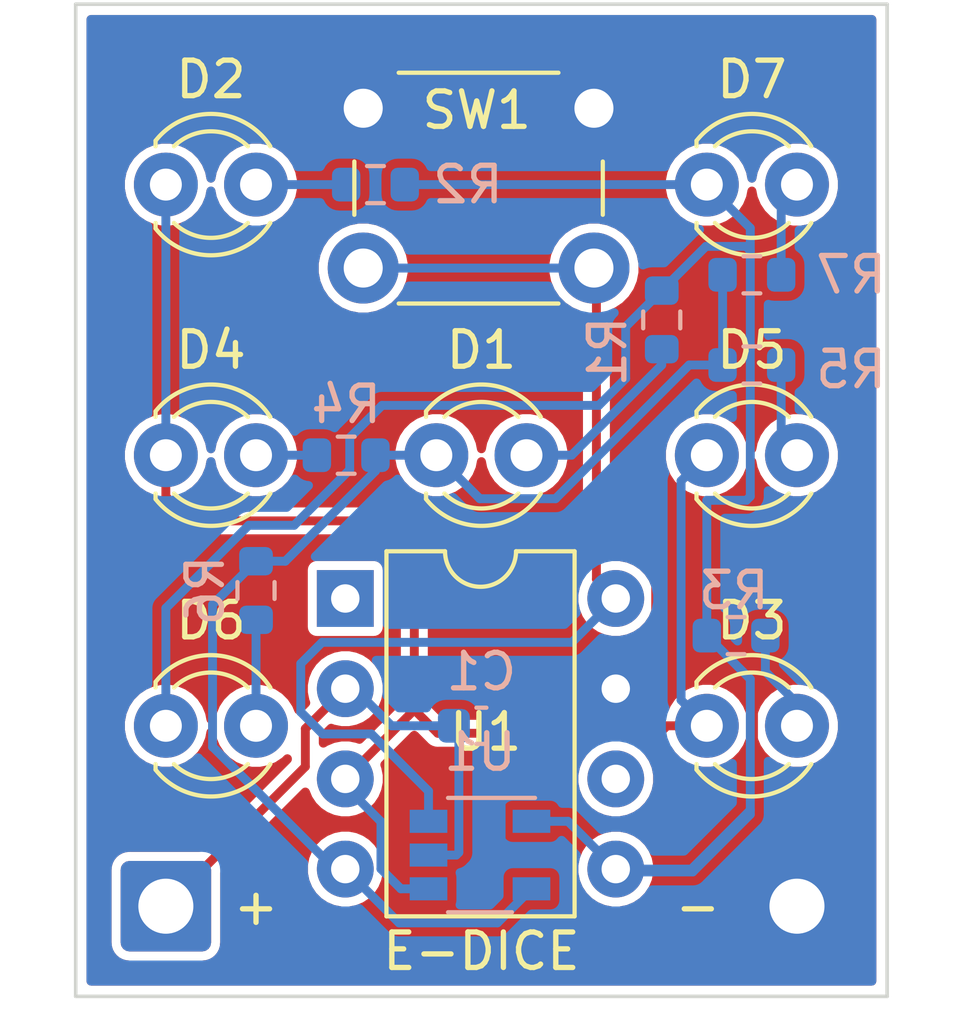
<source format=kicad_pcb>
(kicad_pcb (version 20171130) (host pcbnew "(5.1.10)-1")

  (general
    (thickness 1.6)
    (drawings 5)
    (tracks 122)
    (zones 0)
    (modules 20)
    (nets 14)
  )

  (page A4)
  (layers
    (0 F.Cu signal)
    (31 B.Cu signal)
    (32 B.Adhes user)
    (33 F.Adhes user)
    (34 B.Paste user)
    (35 F.Paste user)
    (36 B.SilkS user)
    (37 F.SilkS user)
    (38 B.Mask user)
    (39 F.Mask user)
    (40 Dwgs.User user)
    (41 Cmts.User user)
    (42 Eco1.User user)
    (43 Eco2.User user)
    (44 Edge.Cuts user)
    (45 Margin user)
    (46 B.CrtYd user)
    (47 F.CrtYd user)
    (48 B.Fab user)
    (49 F.Fab user)
  )

  (setup
    (last_trace_width 0.25)
    (trace_clearance 0.2)
    (zone_clearance 0.254)
    (zone_45_only no)
    (trace_min 0.2)
    (via_size 0.8)
    (via_drill 0.4)
    (via_min_size 0.4)
    (via_min_drill 0.3)
    (uvia_size 0.3)
    (uvia_drill 0.1)
    (uvias_allowed no)
    (uvia_min_size 0.2)
    (uvia_min_drill 0.1)
    (edge_width 0.05)
    (segment_width 0.2)
    (pcb_text_width 0.3)
    (pcb_text_size 1.5 1.5)
    (mod_edge_width 0.12)
    (mod_text_size 1 1)
    (mod_text_width 0.15)
    (pad_size 1.8 1.8)
    (pad_drill 0.9)
    (pad_to_mask_clearance 0)
    (aux_axis_origin 0 0)
    (visible_elements 7FFFFFFF)
    (pcbplotparams
      (layerselection 0x010fc_ffffffff)
      (usegerberextensions false)
      (usegerberattributes true)
      (usegerberadvancedattributes true)
      (creategerberjobfile true)
      (excludeedgelayer true)
      (linewidth 0.100000)
      (plotframeref false)
      (viasonmask false)
      (mode 1)
      (useauxorigin false)
      (hpglpennumber 1)
      (hpglpenspeed 20)
      (hpglpendiameter 15.000000)
      (psnegative false)
      (psa4output false)
      (plotreference true)
      (plotvalue true)
      (plotinvisibletext false)
      (padsonsilk false)
      (subtractmaskfromsilk false)
      (outputformat 1)
      (mirror false)
      (drillshape 0)
      (scaleselection 1)
      (outputdirectory ""))
  )

  (net 0 "")
  (net 1 GND)
  (net 2 VCC)
  (net 3 "Net-(D1-Pad2)")
  (net 4 /RA1)
  (net 5 "Net-(D2-Pad2)")
  (net 6 "Net-(D3-Pad2)")
  (net 7 "Net-(D4-Pad2)")
  (net 8 "Net-(D5-Pad2)")
  (net 9 "Net-(D6-Pad2)")
  (net 10 /RA0)
  (net 11 "Net-(D7-Pad2)")
  (net 12 /RA2)
  (net 13 /SW)

  (net_class Default "This is the default net class."
    (clearance 0.2)
    (trace_width 0.25)
    (via_dia 0.8)
    (via_drill 0.4)
    (uvia_dia 0.3)
    (uvia_drill 0.1)
    (add_net /RA0)
    (add_net /RA1)
    (add_net /RA2)
    (add_net /SW)
    (add_net GND)
    (add_net "Net-(D1-Pad2)")
    (add_net "Net-(D2-Pad2)")
    (add_net "Net-(D3-Pad2)")
    (add_net "Net-(D4-Pad2)")
    (add_net "Net-(D5-Pad2)")
    (add_net "Net-(D6-Pad2)")
    (add_net "Net-(D7-Pad2)")
    (add_net VCC)
  )

  (module Package_TO_SOT_SMD:SOT-23-6 (layer B.Cu) (tedit 609D5D27) (tstamp 609D5DA8)
    (at 212.05 77.3 180)
    (descr "6-pin SOT-23 package")
    (tags SOT-23-6)
    (path /609DD96E)
    (attr smd)
    (fp_text reference U1 (at 0 2.9 180) (layer B.SilkS)
      (effects (font (size 1 1) (thickness 0.15)) (justify mirror))
    )
    (fp_text value PIC10F322-IOT (at 0 -2.9 180) (layer B.Fab)
      (effects (font (size 1 1) (thickness 0.15)) (justify mirror))
    )
    (fp_line (start 0.9 1.55) (end 0.9 -1.55) (layer B.Fab) (width 0.1))
    (fp_line (start 0.9 -1.55) (end -0.9 -1.55) (layer B.Fab) (width 0.1))
    (fp_line (start -0.9 0.9) (end -0.9 -1.55) (layer B.Fab) (width 0.1))
    (fp_line (start 0.9 1.55) (end -0.25 1.55) (layer B.Fab) (width 0.1))
    (fp_line (start -0.9 0.9) (end -0.25 1.55) (layer B.Fab) (width 0.1))
    (fp_line (start -1.9 1.8) (end -1.9 -1.8) (layer B.CrtYd) (width 0.05))
    (fp_line (start -1.9 -1.8) (end 1.9 -1.8) (layer B.CrtYd) (width 0.05))
    (fp_line (start 1.9 -1.8) (end 1.9 1.8) (layer B.CrtYd) (width 0.05))
    (fp_line (start 1.9 1.8) (end -1.9 1.8) (layer B.CrtYd) (width 0.05))
    (fp_line (start 0.9 1.61) (end -1.55 1.61) (layer B.SilkS) (width 0.12))
    (fp_line (start -0.9 -1.61) (end 0.9 -1.61) (layer B.SilkS) (width 0.12))
    (fp_text user %R (at 0 0 90) (layer B.Fab)
      (effects (font (size 0.5 0.5) (thickness 0.075)) (justify mirror))
    )
    (pad 5 smd rect (at 1.45 0 180) (size 1.06 0.65) (layers B.Cu B.Paste B.Mask)
      (net 2 VCC))
    (pad 6 smd rect (at 1.45 0.95 180) (size 1.06 0.65) (layers B.Cu B.Paste B.Mask)
      (net 13 /SW))
    (pad 4 smd rect (at 1.45 -0.95 180) (size 1.06 0.65) (layers B.Cu B.Paste B.Mask)
      (net 12 /RA2))
    (pad 3 smd rect (at -1.45 -0.95 180) (size 1.06 0.65) (layers B.Cu B.Paste B.Mask)
      (net 4 /RA1))
    (pad 2 smd rect (at -1.45 0 180) (size 1.06 0.65) (layers B.Cu B.Paste B.Mask)
      (net 1 GND))
    (pad 1 smd rect (at -1.45 0.95 180) (size 1.06 0.65) (layers B.Cu B.Paste B.Mask)
      (net 10 /RA0))
    (model ${KISYS3DMOD}/Package_TO_SOT_SMD.3dshapes/SOT-23-6.wrl
      (at (xyz 0 0 0))
      (scale (xyz 1 1 1))
      (rotate (xyz 0 0 0))
    )
  )

  (module Connector_Wire:SolderWire-0.75sqmm_1x01_D1.25mm_OD2.3mm (layer F.Cu) (tedit 5EB70B43) (tstamp 609ACFA0)
    (at 220.98 78.74)
    (descr "Soldered wire connection, for a single 0.75 mm² wire, basic insulation, conductor diameter 1.25mm, outer diameter 2.3mm, size source Multi-Contact FLEXI-E 0.75 (https://ec.staubli.com/AcroFiles/Catalogues/TM_Cab-Main-11014119_(en)_hi.pdf), bend radius 3 times outer diameter, generated with kicad-footprint-generator")
    (tags "connector wire 0.75sqmm")
    (path /609DFAA1)
    (attr virtual)
    (fp_text reference - (at -2.794 0) (layer F.SilkS)
      (effects (font (size 1 1) (thickness 0.15)))
    )
    (fp_text value Conn_01x01 (at 0 2.47) (layer F.Fab)
      (effects (font (size 1 1) (thickness 0.15)))
    )
    (fp_line (start 1.9 -1.78) (end -1.9 -1.78) (layer F.CrtYd) (width 0.05))
    (fp_line (start 1.9 1.78) (end 1.9 -1.78) (layer F.CrtYd) (width 0.05))
    (fp_line (start -1.9 1.78) (end 1.9 1.78) (layer F.CrtYd) (width 0.05))
    (fp_line (start -1.9 -1.78) (end -1.9 1.78) (layer F.CrtYd) (width 0.05))
    (fp_circle (center 0 0) (end 1.15 0) (layer F.Fab) (width 0.1))
    (fp_text user %R (at 0 0) (layer F.Fab)
      (effects (font (size 0.57 0.57) (thickness 0.09)))
    )
    (pad 1 thru_hole roundrect (at 0 0) (size 2.55 2.55) (drill 1.55) (layers *.Cu *.Mask) (roundrect_rratio 0.09803882352941176)
      (net 1 GND))
    (model ${KISYS3DMOD}/Connector_Wire.3dshapes/SolderWire-0.75sqmm_1x01_D1.25mm_OD2.3mm.wrl
      (at (xyz 0 0 0))
      (scale (xyz 1 1 1))
      (rotate (xyz 0 0 0))
    )
  )

  (module Connector_Wire:SolderWire-0.75sqmm_1x01_D1.25mm_OD2.3mm (layer F.Cu) (tedit 5EB70B43) (tstamp 609ACF95)
    (at 203.2 78.74)
    (descr "Soldered wire connection, for a single 0.75 mm² wire, basic insulation, conductor diameter 1.25mm, outer diameter 2.3mm, size source Multi-Contact FLEXI-E 0.75 (https://ec.staubli.com/AcroFiles/Catalogues/TM_Cab-Main-11014119_(en)_hi.pdf), bend radius 3 times outer diameter, generated with kicad-footprint-generator")
    (tags "connector wire 0.75sqmm")
    (path /609E1869)
    (attr virtual)
    (fp_text reference + (at 2.54 0) (layer F.SilkS)
      (effects (font (size 1 1) (thickness 0.15)))
    )
    (fp_text value Conn_01x01 (at 0 2.47) (layer F.Fab)
      (effects (font (size 1 1) (thickness 0.15)))
    )
    (fp_line (start 1.9 -1.78) (end -1.9 -1.78) (layer F.CrtYd) (width 0.05))
    (fp_line (start 1.9 1.78) (end 1.9 -1.78) (layer F.CrtYd) (width 0.05))
    (fp_line (start -1.9 1.78) (end 1.9 1.78) (layer F.CrtYd) (width 0.05))
    (fp_line (start -1.9 -1.78) (end -1.9 1.78) (layer F.CrtYd) (width 0.05))
    (fp_circle (center 0 0) (end 1.15 0) (layer F.Fab) (width 0.1))
    (fp_text user %R (at 0 0) (layer F.Fab)
      (effects (font (size 0.57 0.57) (thickness 0.09)))
    )
    (pad 1 thru_hole roundrect (at 0 0) (size 2.55 2.55) (drill 1.55) (layers *.Cu *.Mask) (roundrect_rratio 0.09803882352941176)
      (net 2 VCC))
    (model ${KISYS3DMOD}/Connector_Wire.3dshapes/SolderWire-0.75sqmm_1x01_D1.25mm_OD2.3mm.wrl
      (at (xyz 0 0 0))
      (scale (xyz 1 1 1))
      (rotate (xyz 0 0 0))
    )
  )

  (module Package_DIP:DIP-8_W7.62mm (layer F.Cu) (tedit 5A02E8C5) (tstamp 609AB07D)
    (at 208.255001 70.075001)
    (descr "8-lead though-hole mounted DIP package, row spacing 7.62 mm (300 mils)")
    (tags "THT DIP DIL PDIP 2.54mm 7.62mm 300mil")
    (path /609A3B17)
    (fp_text reference U1 (at 3.954999 3.758999) (layer F.SilkS)
      (effects (font (size 1 1) (thickness 0.15)))
    )
    (fp_text value PIC10F322-IP (at 3.81 9.95) (layer F.Fab)
      (effects (font (size 1 1) (thickness 0.15)))
    )
    (fp_line (start 8.7 -1.55) (end -1.1 -1.55) (layer F.CrtYd) (width 0.05))
    (fp_line (start 8.7 9.15) (end 8.7 -1.55) (layer F.CrtYd) (width 0.05))
    (fp_line (start -1.1 9.15) (end 8.7 9.15) (layer F.CrtYd) (width 0.05))
    (fp_line (start -1.1 -1.55) (end -1.1 9.15) (layer F.CrtYd) (width 0.05))
    (fp_line (start 6.46 -1.33) (end 4.81 -1.33) (layer F.SilkS) (width 0.12))
    (fp_line (start 6.46 8.95) (end 6.46 -1.33) (layer F.SilkS) (width 0.12))
    (fp_line (start 1.16 8.95) (end 6.46 8.95) (layer F.SilkS) (width 0.12))
    (fp_line (start 1.16 -1.33) (end 1.16 8.95) (layer F.SilkS) (width 0.12))
    (fp_line (start 2.81 -1.33) (end 1.16 -1.33) (layer F.SilkS) (width 0.12))
    (fp_line (start 0.635 -0.27) (end 1.635 -1.27) (layer F.Fab) (width 0.1))
    (fp_line (start 0.635 8.89) (end 0.635 -0.27) (layer F.Fab) (width 0.1))
    (fp_line (start 6.985 8.89) (end 0.635 8.89) (layer F.Fab) (width 0.1))
    (fp_line (start 6.985 -1.27) (end 6.985 8.89) (layer F.Fab) (width 0.1))
    (fp_line (start 1.635 -1.27) (end 6.985 -1.27) (layer F.Fab) (width 0.1))
    (fp_text user %R (at 3.81 3.81) (layer F.Fab)
      (effects (font (size 1 1) (thickness 0.15)))
    )
    (fp_arc (start 3.81 -1.33) (end 2.81 -1.33) (angle -180) (layer F.SilkS) (width 0.12))
    (pad 8 thru_hole oval (at 7.62 0) (size 1.6 1.6) (drill 0.8) (layers *.Cu *.Mask)
      (net 13 /SW))
    (pad 4 thru_hole oval (at 0 7.62) (size 1.6 1.6) (drill 0.8) (layers *.Cu *.Mask)
      (net 4 /RA1))
    (pad 7 thru_hole oval (at 7.62 2.54) (size 1.6 1.6) (drill 0.8) (layers *.Cu *.Mask)
      (net 1 GND))
    (pad 3 thru_hole oval (at 0 5.08) (size 1.6 1.6) (drill 0.8) (layers *.Cu *.Mask)
      (net 12 /RA2))
    (pad 6 thru_hole oval (at 7.62 5.08) (size 1.6 1.6) (drill 0.8) (layers *.Cu *.Mask))
    (pad 2 thru_hole oval (at 0 2.54) (size 1.6 1.6) (drill 0.8) (layers *.Cu *.Mask)
      (net 2 VCC))
    (pad 5 thru_hole oval (at 7.62 7.62) (size 1.6 1.6) (drill 0.8) (layers *.Cu *.Mask)
      (net 10 /RA0))
    (pad 1 thru_hole rect (at 0 0) (size 1.6 1.6) (drill 0.8) (layers *.Cu *.Mask))
    (model ${KISYS3DMOD}/Package_DIP.3dshapes/DIP-8_W7.62mm.wrl
      (at (xyz 0 0 0))
      (scale (xyz 1 1 1))
      (rotate (xyz 0 0 0))
    )
  )

  (module Button_Switch_THT:SW_PUSH_6mm (layer F.Cu) (tedit 5A02FE31) (tstamp 609AB061)
    (at 215.26 60.77 180)
    (descr https://www.omron.com/ecb/products/pdf/en-b3f.pdf)
    (tags "tact sw push 6mm")
    (path /609B8A78)
    (fp_text reference SW1 (at 3.302 4.445) (layer F.SilkS)
      (effects (font (size 1 1) (thickness 0.15)))
    )
    (fp_text value SW_Push (at 3.75 6.7) (layer F.Fab)
      (effects (font (size 1 1) (thickness 0.15)))
    )
    (fp_circle (center 3.25 2.25) (end 1.25 2.5) (layer F.Fab) (width 0.1))
    (fp_line (start 6.75 3) (end 6.75 1.5) (layer F.SilkS) (width 0.12))
    (fp_line (start 5.5 -1) (end 1 -1) (layer F.SilkS) (width 0.12))
    (fp_line (start -0.25 1.5) (end -0.25 3) (layer F.SilkS) (width 0.12))
    (fp_line (start 1 5.5) (end 5.5 5.5) (layer F.SilkS) (width 0.12))
    (fp_line (start 8 -1.25) (end 8 5.75) (layer F.CrtYd) (width 0.05))
    (fp_line (start 7.75 6) (end -1.25 6) (layer F.CrtYd) (width 0.05))
    (fp_line (start -1.5 5.75) (end -1.5 -1.25) (layer F.CrtYd) (width 0.05))
    (fp_line (start -1.25 -1.5) (end 7.75 -1.5) (layer F.CrtYd) (width 0.05))
    (fp_line (start -1.5 6) (end -1.25 6) (layer F.CrtYd) (width 0.05))
    (fp_line (start -1.5 5.75) (end -1.5 6) (layer F.CrtYd) (width 0.05))
    (fp_line (start -1.5 -1.5) (end -1.25 -1.5) (layer F.CrtYd) (width 0.05))
    (fp_line (start -1.5 -1.25) (end -1.5 -1.5) (layer F.CrtYd) (width 0.05))
    (fp_line (start 8 -1.5) (end 8 -1.25) (layer F.CrtYd) (width 0.05))
    (fp_line (start 7.75 -1.5) (end 8 -1.5) (layer F.CrtYd) (width 0.05))
    (fp_line (start 8 6) (end 8 5.75) (layer F.CrtYd) (width 0.05))
    (fp_line (start 7.75 6) (end 8 6) (layer F.CrtYd) (width 0.05))
    (fp_line (start 0.25 -0.75) (end 3.25 -0.75) (layer F.Fab) (width 0.1))
    (fp_line (start 0.25 5.25) (end 0.25 -0.75) (layer F.Fab) (width 0.1))
    (fp_line (start 6.25 5.25) (end 0.25 5.25) (layer F.Fab) (width 0.1))
    (fp_line (start 6.25 -0.75) (end 6.25 5.25) (layer F.Fab) (width 0.1))
    (fp_line (start 3.25 -0.75) (end 6.25 -0.75) (layer F.Fab) (width 0.1))
    (fp_text user %R (at 3.25 2.25) (layer F.Fab)
      (effects (font (size 1 1) (thickness 0.15)))
    )
    (pad 1 thru_hole circle (at 6.5 0 270) (size 2 2) (drill 1.1) (layers *.Cu *.Mask)
      (net 13 /SW))
    (pad 2 thru_hole circle (at 6.5 4.5 270) (size 2 2) (drill 1.1) (layers *.Cu *.Mask)
      (net 1 GND))
    (pad 1 thru_hole circle (at 0 0 270) (size 2 2) (drill 1.1) (layers *.Cu *.Mask)
      (net 13 /SW))
    (pad 2 thru_hole circle (at 0 4.5 270) (size 2 2) (drill 1.1) (layers *.Cu *.Mask)
      (net 1 GND))
    (model ${KISYS3DMOD}/Button_Switch_THT.3dshapes/SW_PUSH_6mm.wrl
      (at (xyz 0 0 0))
      (scale (xyz 1 1 1))
      (rotate (xyz 0 0 0))
    )
  )

  (module Resistor_SMD:R_0603_1608Metric (layer B.Cu) (tedit 5F68FEEE) (tstamp 609AB042)
    (at 219.71 60.96)
    (descr "Resistor SMD 0603 (1608 Metric), square (rectangular) end terminal, IPC_7351 nominal, (Body size source: IPC-SM-782 page 72, https://www.pcb-3d.com/wordpress/wp-content/uploads/ipc-sm-782a_amendment_1_and_2.pdf), generated with kicad-footprint-generator")
    (tags resistor)
    (path /609B19CC)
    (attr smd)
    (fp_text reference R7 (at 2.794 0) (layer B.SilkS)
      (effects (font (size 1 1) (thickness 0.15)) (justify mirror))
    )
    (fp_text value R (at 0 -1.43) (layer B.Fab)
      (effects (font (size 1 1) (thickness 0.15)) (justify mirror))
    )
    (fp_line (start 1.48 -0.73) (end -1.48 -0.73) (layer B.CrtYd) (width 0.05))
    (fp_line (start 1.48 0.73) (end 1.48 -0.73) (layer B.CrtYd) (width 0.05))
    (fp_line (start -1.48 0.73) (end 1.48 0.73) (layer B.CrtYd) (width 0.05))
    (fp_line (start -1.48 -0.73) (end -1.48 0.73) (layer B.CrtYd) (width 0.05))
    (fp_line (start -0.237258 -0.5225) (end 0.237258 -0.5225) (layer B.SilkS) (width 0.12))
    (fp_line (start -0.237258 0.5225) (end 0.237258 0.5225) (layer B.SilkS) (width 0.12))
    (fp_line (start 0.8 -0.4125) (end -0.8 -0.4125) (layer B.Fab) (width 0.1))
    (fp_line (start 0.8 0.4125) (end 0.8 -0.4125) (layer B.Fab) (width 0.1))
    (fp_line (start -0.8 0.4125) (end 0.8 0.4125) (layer B.Fab) (width 0.1))
    (fp_line (start -0.8 -0.4125) (end -0.8 0.4125) (layer B.Fab) (width 0.1))
    (fp_text user %R (at 0 0) (layer B.Fab)
      (effects (font (size 0.4 0.4) (thickness 0.06)) (justify mirror))
    )
    (pad 2 smd roundrect (at 0.825 0) (size 0.8 0.95) (layers B.Cu B.Paste B.Mask) (roundrect_rratio 0.25)
      (net 11 "Net-(D7-Pad2)"))
    (pad 1 smd roundrect (at -0.825 0) (size 0.8 0.95) (layers B.Cu B.Paste B.Mask) (roundrect_rratio 0.25)
      (net 4 /RA1))
    (model ${KISYS3DMOD}/Resistor_SMD.3dshapes/R_0603_1608Metric.wrl
      (at (xyz 0 0 0))
      (scale (xyz 1 1 1))
      (rotate (xyz 0 0 0))
    )
  )

  (module Resistor_SMD:R_0603_1608Metric (layer B.Cu) (tedit 5F68FEEE) (tstamp 609AB031)
    (at 205.74 69.85 270)
    (descr "Resistor SMD 0603 (1608 Metric), square (rectangular) end terminal, IPC_7351 nominal, (Body size source: IPC-SM-782 page 72, https://www.pcb-3d.com/wordpress/wp-content/uploads/ipc-sm-782a_amendment_1_and_2.pdf), generated with kicad-footprint-generator")
    (tags resistor)
    (path /609B204C)
    (attr smd)
    (fp_text reference R6 (at 0 1.43 90) (layer B.SilkS)
      (effects (font (size 1 1) (thickness 0.15)) (justify mirror))
    )
    (fp_text value R (at 0 -1.43 90) (layer B.Fab)
      (effects (font (size 1 1) (thickness 0.15)) (justify mirror))
    )
    (fp_line (start 1.48 -0.73) (end -1.48 -0.73) (layer B.CrtYd) (width 0.05))
    (fp_line (start 1.48 0.73) (end 1.48 -0.73) (layer B.CrtYd) (width 0.05))
    (fp_line (start -1.48 0.73) (end 1.48 0.73) (layer B.CrtYd) (width 0.05))
    (fp_line (start -1.48 -0.73) (end -1.48 0.73) (layer B.CrtYd) (width 0.05))
    (fp_line (start -0.237258 -0.5225) (end 0.237258 -0.5225) (layer B.SilkS) (width 0.12))
    (fp_line (start -0.237258 0.5225) (end 0.237258 0.5225) (layer B.SilkS) (width 0.12))
    (fp_line (start 0.8 -0.4125) (end -0.8 -0.4125) (layer B.Fab) (width 0.1))
    (fp_line (start 0.8 0.4125) (end 0.8 -0.4125) (layer B.Fab) (width 0.1))
    (fp_line (start -0.8 0.4125) (end 0.8 0.4125) (layer B.Fab) (width 0.1))
    (fp_line (start -0.8 -0.4125) (end -0.8 0.4125) (layer B.Fab) (width 0.1))
    (fp_text user %R (at 0 0 90) (layer B.Fab)
      (effects (font (size 0.4 0.4) (thickness 0.06)) (justify mirror))
    )
    (pad 2 smd roundrect (at 0.825 0 270) (size 0.8 0.95) (layers B.Cu B.Paste B.Mask) (roundrect_rratio 0.25)
      (net 9 "Net-(D6-Pad2)"))
    (pad 1 smd roundrect (at -0.825 0 270) (size 0.8 0.95) (layers B.Cu B.Paste B.Mask) (roundrect_rratio 0.25)
      (net 4 /RA1))
    (model ${KISYS3DMOD}/Resistor_SMD.3dshapes/R_0603_1608Metric.wrl
      (at (xyz 0 0 0))
      (scale (xyz 1 1 1))
      (rotate (xyz 0 0 0))
    )
  )

  (module Resistor_SMD:R_0603_1608Metric (layer B.Cu) (tedit 5F68FEEE) (tstamp 609AB020)
    (at 219.71 63.5)
    (descr "Resistor SMD 0603 (1608 Metric), square (rectangular) end terminal, IPC_7351 nominal, (Body size source: IPC-SM-782 page 72, https://www.pcb-3d.com/wordpress/wp-content/uploads/ipc-sm-782a_amendment_1_and_2.pdf), generated with kicad-footprint-generator")
    (tags resistor)
    (path /609AE4D0)
    (attr smd)
    (fp_text reference R5 (at 2.794 0.127) (layer B.SilkS)
      (effects (font (size 1 1) (thickness 0.15)) (justify mirror))
    )
    (fp_text value R (at 0 -1.43) (layer B.Fab)
      (effects (font (size 1 1) (thickness 0.15)) (justify mirror))
    )
    (fp_line (start 1.48 -0.73) (end -1.48 -0.73) (layer B.CrtYd) (width 0.05))
    (fp_line (start 1.48 0.73) (end 1.48 -0.73) (layer B.CrtYd) (width 0.05))
    (fp_line (start -1.48 0.73) (end 1.48 0.73) (layer B.CrtYd) (width 0.05))
    (fp_line (start -1.48 -0.73) (end -1.48 0.73) (layer B.CrtYd) (width 0.05))
    (fp_line (start -0.237258 -0.5225) (end 0.237258 -0.5225) (layer B.SilkS) (width 0.12))
    (fp_line (start -0.237258 0.5225) (end 0.237258 0.5225) (layer B.SilkS) (width 0.12))
    (fp_line (start 0.8 -0.4125) (end -0.8 -0.4125) (layer B.Fab) (width 0.1))
    (fp_line (start 0.8 0.4125) (end 0.8 -0.4125) (layer B.Fab) (width 0.1))
    (fp_line (start -0.8 0.4125) (end 0.8 0.4125) (layer B.Fab) (width 0.1))
    (fp_line (start -0.8 -0.4125) (end -0.8 0.4125) (layer B.Fab) (width 0.1))
    (fp_text user %R (at 0 0) (layer B.Fab)
      (effects (font (size 0.4 0.4) (thickness 0.06)) (justify mirror))
    )
    (pad 2 smd roundrect (at 0.825 0) (size 0.8 0.95) (layers B.Cu B.Paste B.Mask) (roundrect_rratio 0.25)
      (net 8 "Net-(D5-Pad2)"))
    (pad 1 smd roundrect (at -0.825 0) (size 0.8 0.95) (layers B.Cu B.Paste B.Mask) (roundrect_rratio 0.25)
      (net 4 /RA1))
    (model ${KISYS3DMOD}/Resistor_SMD.3dshapes/R_0603_1608Metric.wrl
      (at (xyz 0 0 0))
      (scale (xyz 1 1 1))
      (rotate (xyz 0 0 0))
    )
  )

  (module Resistor_SMD:R_0603_1608Metric (layer B.Cu) (tedit 5F68FEEE) (tstamp 609AB00F)
    (at 208.28 66.04 180)
    (descr "Resistor SMD 0603 (1608 Metric), square (rectangular) end terminal, IPC_7351 nominal, (Body size source: IPC-SM-782 page 72, https://www.pcb-3d.com/wordpress/wp-content/uploads/ipc-sm-782a_amendment_1_and_2.pdf), generated with kicad-footprint-generator")
    (tags resistor)
    (path /609AE020)
    (attr smd)
    (fp_text reference R4 (at 0 1.43) (layer B.SilkS)
      (effects (font (size 1 1) (thickness 0.15)) (justify mirror))
    )
    (fp_text value R (at 0 -1.43) (layer B.Fab)
      (effects (font (size 1 1) (thickness 0.15)) (justify mirror))
    )
    (fp_line (start 1.48 -0.73) (end -1.48 -0.73) (layer B.CrtYd) (width 0.05))
    (fp_line (start 1.48 0.73) (end 1.48 -0.73) (layer B.CrtYd) (width 0.05))
    (fp_line (start -1.48 0.73) (end 1.48 0.73) (layer B.CrtYd) (width 0.05))
    (fp_line (start -1.48 -0.73) (end -1.48 0.73) (layer B.CrtYd) (width 0.05))
    (fp_line (start -0.237258 -0.5225) (end 0.237258 -0.5225) (layer B.SilkS) (width 0.12))
    (fp_line (start -0.237258 0.5225) (end 0.237258 0.5225) (layer B.SilkS) (width 0.12))
    (fp_line (start 0.8 -0.4125) (end -0.8 -0.4125) (layer B.Fab) (width 0.1))
    (fp_line (start 0.8 0.4125) (end 0.8 -0.4125) (layer B.Fab) (width 0.1))
    (fp_line (start -0.8 0.4125) (end 0.8 0.4125) (layer B.Fab) (width 0.1))
    (fp_line (start -0.8 -0.4125) (end -0.8 0.4125) (layer B.Fab) (width 0.1))
    (fp_text user %R (at 0 0) (layer B.Fab)
      (effects (font (size 0.4 0.4) (thickness 0.06)) (justify mirror))
    )
    (pad 2 smd roundrect (at 0.825 0 180) (size 0.8 0.95) (layers B.Cu B.Paste B.Mask) (roundrect_rratio 0.25)
      (net 7 "Net-(D4-Pad2)"))
    (pad 1 smd roundrect (at -0.825 0 180) (size 0.8 0.95) (layers B.Cu B.Paste B.Mask) (roundrect_rratio 0.25)
      (net 4 /RA1))
    (model ${KISYS3DMOD}/Resistor_SMD.3dshapes/R_0603_1608Metric.wrl
      (at (xyz 0 0 0))
      (scale (xyz 1 1 1))
      (rotate (xyz 0 0 0))
    )
  )

  (module Resistor_SMD:R_0603_1608Metric (layer B.Cu) (tedit 5F68FEEE) (tstamp 609AAFFE)
    (at 219.265 71.12)
    (descr "Resistor SMD 0603 (1608 Metric), square (rectangular) end terminal, IPC_7351 nominal, (Body size source: IPC-SM-782 page 72, https://www.pcb-3d.com/wordpress/wp-content/uploads/ipc-sm-782a_amendment_1_and_2.pdf), generated with kicad-footprint-generator")
    (tags resistor)
    (path /609ADC74)
    (attr smd)
    (fp_text reference R3 (at -0.063 -1.27) (layer B.SilkS)
      (effects (font (size 1 1) (thickness 0.15)) (justify mirror))
    )
    (fp_text value R (at 0 -1.43) (layer B.Fab)
      (effects (font (size 1 1) (thickness 0.15)) (justify mirror))
    )
    (fp_line (start 1.48 -0.73) (end -1.48 -0.73) (layer B.CrtYd) (width 0.05))
    (fp_line (start 1.48 0.73) (end 1.48 -0.73) (layer B.CrtYd) (width 0.05))
    (fp_line (start -1.48 0.73) (end 1.48 0.73) (layer B.CrtYd) (width 0.05))
    (fp_line (start -1.48 -0.73) (end -1.48 0.73) (layer B.CrtYd) (width 0.05))
    (fp_line (start -0.237258 -0.5225) (end 0.237258 -0.5225) (layer B.SilkS) (width 0.12))
    (fp_line (start -0.237258 0.5225) (end 0.237258 0.5225) (layer B.SilkS) (width 0.12))
    (fp_line (start 0.8 -0.4125) (end -0.8 -0.4125) (layer B.Fab) (width 0.1))
    (fp_line (start 0.8 0.4125) (end 0.8 -0.4125) (layer B.Fab) (width 0.1))
    (fp_line (start -0.8 0.4125) (end 0.8 0.4125) (layer B.Fab) (width 0.1))
    (fp_line (start -0.8 -0.4125) (end -0.8 0.4125) (layer B.Fab) (width 0.1))
    (fp_text user %R (at 0 0) (layer B.Fab)
      (effects (font (size 0.4 0.4) (thickness 0.06)) (justify mirror))
    )
    (pad 2 smd roundrect (at 0.825 0) (size 0.8 0.95) (layers B.Cu B.Paste B.Mask) (roundrect_rratio 0.25)
      (net 6 "Net-(D3-Pad2)"))
    (pad 1 smd roundrect (at -0.825 0) (size 0.8 0.95) (layers B.Cu B.Paste B.Mask) (roundrect_rratio 0.25)
      (net 10 /RA0))
    (model ${KISYS3DMOD}/Resistor_SMD.3dshapes/R_0603_1608Metric.wrl
      (at (xyz 0 0 0))
      (scale (xyz 1 1 1))
      (rotate (xyz 0 0 0))
    )
  )

  (module Resistor_SMD:R_0603_1608Metric (layer B.Cu) (tedit 5F68FEEE) (tstamp 609AAFED)
    (at 209.105 58.42 180)
    (descr "Resistor SMD 0603 (1608 Metric), square (rectangular) end terminal, IPC_7351 nominal, (Body size source: IPC-SM-782 page 72, https://www.pcb-3d.com/wordpress/wp-content/uploads/ipc-sm-782a_amendment_1_and_2.pdf), generated with kicad-footprint-generator")
    (tags resistor)
    (path /609AA8B9)
    (attr smd)
    (fp_text reference R2 (at -2.604 0) (layer B.SilkS)
      (effects (font (size 1 1) (thickness 0.15)) (justify mirror))
    )
    (fp_text value R (at 0 -1.43) (layer B.Fab)
      (effects (font (size 1 1) (thickness 0.15)) (justify mirror))
    )
    (fp_line (start 1.48 -0.73) (end -1.48 -0.73) (layer B.CrtYd) (width 0.05))
    (fp_line (start 1.48 0.73) (end 1.48 -0.73) (layer B.CrtYd) (width 0.05))
    (fp_line (start -1.48 0.73) (end 1.48 0.73) (layer B.CrtYd) (width 0.05))
    (fp_line (start -1.48 -0.73) (end -1.48 0.73) (layer B.CrtYd) (width 0.05))
    (fp_line (start -0.237258 -0.5225) (end 0.237258 -0.5225) (layer B.SilkS) (width 0.12))
    (fp_line (start -0.237258 0.5225) (end 0.237258 0.5225) (layer B.SilkS) (width 0.12))
    (fp_line (start 0.8 -0.4125) (end -0.8 -0.4125) (layer B.Fab) (width 0.1))
    (fp_line (start 0.8 0.4125) (end 0.8 -0.4125) (layer B.Fab) (width 0.1))
    (fp_line (start -0.8 0.4125) (end 0.8 0.4125) (layer B.Fab) (width 0.1))
    (fp_line (start -0.8 -0.4125) (end -0.8 0.4125) (layer B.Fab) (width 0.1))
    (fp_text user %R (at 0 0) (layer B.Fab)
      (effects (font (size 0.4 0.4) (thickness 0.06)) (justify mirror))
    )
    (pad 2 smd roundrect (at 0.825 0 180) (size 0.8 0.95) (layers B.Cu B.Paste B.Mask) (roundrect_rratio 0.25)
      (net 5 "Net-(D2-Pad2)"))
    (pad 1 smd roundrect (at -0.825 0 180) (size 0.8 0.95) (layers B.Cu B.Paste B.Mask) (roundrect_rratio 0.25)
      (net 10 /RA0))
    (model ${KISYS3DMOD}/Resistor_SMD.3dshapes/R_0603_1608Metric.wrl
      (at (xyz 0 0 0))
      (scale (xyz 1 1 1))
      (rotate (xyz 0 0 0))
    )
  )

  (module Resistor_SMD:R_0603_1608Metric (layer B.Cu) (tedit 5F68FEEE) (tstamp 609AAFDC)
    (at 217.17 62.23 270)
    (descr "Resistor SMD 0603 (1608 Metric), square (rectangular) end terminal, IPC_7351 nominal, (Body size source: IPC-SM-782 page 72, https://www.pcb-3d.com/wordpress/wp-content/uploads/ipc-sm-782a_amendment_1_and_2.pdf), generated with kicad-footprint-generator")
    (tags resistor)
    (path /609B3262)
    (attr smd)
    (fp_text reference R1 (at 0.889 1.524 90) (layer B.SilkS)
      (effects (font (size 1 1) (thickness 0.15)) (justify mirror))
    )
    (fp_text value R (at 0 -1.43 90) (layer B.Fab)
      (effects (font (size 1 1) (thickness 0.15)) (justify mirror))
    )
    (fp_line (start 1.48 -0.73) (end -1.48 -0.73) (layer B.CrtYd) (width 0.05))
    (fp_line (start 1.48 0.73) (end 1.48 -0.73) (layer B.CrtYd) (width 0.05))
    (fp_line (start -1.48 0.73) (end 1.48 0.73) (layer B.CrtYd) (width 0.05))
    (fp_line (start -1.48 -0.73) (end -1.48 0.73) (layer B.CrtYd) (width 0.05))
    (fp_line (start -0.237258 -0.5225) (end 0.237258 -0.5225) (layer B.SilkS) (width 0.12))
    (fp_line (start -0.237258 0.5225) (end 0.237258 0.5225) (layer B.SilkS) (width 0.12))
    (fp_line (start 0.8 -0.4125) (end -0.8 -0.4125) (layer B.Fab) (width 0.1))
    (fp_line (start 0.8 0.4125) (end 0.8 -0.4125) (layer B.Fab) (width 0.1))
    (fp_line (start -0.8 0.4125) (end 0.8 0.4125) (layer B.Fab) (width 0.1))
    (fp_line (start -0.8 -0.4125) (end -0.8 0.4125) (layer B.Fab) (width 0.1))
    (fp_text user %R (at 0 0 90) (layer B.Fab)
      (effects (font (size 0.4 0.4) (thickness 0.06)) (justify mirror))
    )
    (pad 2 smd roundrect (at 0.825 0 270) (size 0.8 0.95) (layers B.Cu B.Paste B.Mask) (roundrect_rratio 0.25)
      (net 3 "Net-(D1-Pad2)"))
    (pad 1 smd roundrect (at -0.825 0 270) (size 0.8 0.95) (layers B.Cu B.Paste B.Mask) (roundrect_rratio 0.25)
      (net 10 /RA0))
    (model ${KISYS3DMOD}/Resistor_SMD.3dshapes/R_0603_1608Metric.wrl
      (at (xyz 0 0 0))
      (scale (xyz 1 1 1))
      (rotate (xyz 0 0 0))
    )
  )

  (module LED_THT:LED_D3.0mm (layer F.Cu) (tedit 609EAD12) (tstamp 609AAFCB)
    (at 218.44 58.42)
    (descr "LED, diameter 3.0mm, 2 pins")
    (tags "LED diameter 3.0mm 2 pins")
    (path /609B19C6)
    (fp_text reference D7 (at 1.27 -2.96) (layer F.SilkS)
      (effects (font (size 1 1) (thickness 0.15)))
    )
    (fp_text value LED (at 1.27 2.96) (layer F.Fab)
      (effects (font (size 1 1) (thickness 0.15)))
    )
    (fp_line (start 3.7 -2.25) (end -1.15 -2.25) (layer F.CrtYd) (width 0.05))
    (fp_line (start 3.7 2.25) (end 3.7 -2.25) (layer F.CrtYd) (width 0.05))
    (fp_line (start -1.15 2.25) (end 3.7 2.25) (layer F.CrtYd) (width 0.05))
    (fp_line (start -1.15 -2.25) (end -1.15 2.25) (layer F.CrtYd) (width 0.05))
    (fp_line (start -0.29 1.08) (end -0.29 1.236) (layer F.SilkS) (width 0.12))
    (fp_line (start -0.29 -1.236) (end -0.29 -1.08) (layer F.SilkS) (width 0.12))
    (fp_line (start -0.23 -1.16619) (end -0.23 1.16619) (layer F.Fab) (width 0.1))
    (fp_circle (center 1.27 0) (end 2.77 0) (layer F.Fab) (width 0.1))
    (fp_arc (start 1.27 0) (end 0.229039 1.08) (angle -87.9) (layer F.SilkS) (width 0.12))
    (fp_arc (start 1.27 0) (end 0.229039 -1.08) (angle 87.9) (layer F.SilkS) (width 0.12))
    (fp_arc (start 1.27 0) (end -0.29 1.235516) (angle -108.8) (layer F.SilkS) (width 0.12))
    (fp_arc (start 1.27 0) (end -0.29 -1.235516) (angle 108.8) (layer F.SilkS) (width 0.12))
    (fp_arc (start 1.27 0) (end -0.23 -1.16619) (angle 284.3) (layer F.Fab) (width 0.1))
    (pad 2 thru_hole circle (at 2.54 0) (size 1.8 1.8) (drill 0.9) (layers *.Cu *.Mask)
      (net 11 "Net-(D7-Pad2)"))
    (pad 1 thru_hole circle (at 0 0) (size 1.8 1.8) (drill 0.9) (layers *.Cu *.Mask)
      (net 10 /RA0))
    (model ${KISYS3DMOD}/LED_THT.3dshapes/LED_D3.0mm.wrl
      (at (xyz 0 0 0))
      (scale (xyz 1 1 1))
      (rotate (xyz 0 0 0))
    )
  )

  (module LED_THT:LED_D3.0mm (layer F.Cu) (tedit 609EACFB) (tstamp 609AAFB8)
    (at 203.2 73.66)
    (descr "LED, diameter 3.0mm, 2 pins")
    (tags "LED diameter 3.0mm 2 pins")
    (path /609B2046)
    (fp_text reference D6 (at 1.27 -2.96) (layer F.SilkS)
      (effects (font (size 1 1) (thickness 0.15)))
    )
    (fp_text value LED (at 1.27 2.96) (layer F.Fab)
      (effects (font (size 1 1) (thickness 0.15)))
    )
    (fp_line (start 3.7 -2.25) (end -1.15 -2.25) (layer F.CrtYd) (width 0.05))
    (fp_line (start 3.7 2.25) (end 3.7 -2.25) (layer F.CrtYd) (width 0.05))
    (fp_line (start -1.15 2.25) (end 3.7 2.25) (layer F.CrtYd) (width 0.05))
    (fp_line (start -1.15 -2.25) (end -1.15 2.25) (layer F.CrtYd) (width 0.05))
    (fp_line (start -0.29 1.08) (end -0.29 1.236) (layer F.SilkS) (width 0.12))
    (fp_line (start -0.29 -1.236) (end -0.29 -1.08) (layer F.SilkS) (width 0.12))
    (fp_line (start -0.23 -1.16619) (end -0.23 1.16619) (layer F.Fab) (width 0.1))
    (fp_circle (center 1.27 0) (end 2.77 0) (layer F.Fab) (width 0.1))
    (fp_arc (start 1.27 0) (end 0.229039 1.08) (angle -87.9) (layer F.SilkS) (width 0.12))
    (fp_arc (start 1.27 0) (end 0.229039 -1.08) (angle 87.9) (layer F.SilkS) (width 0.12))
    (fp_arc (start 1.27 0) (end -0.29 1.235516) (angle -108.8) (layer F.SilkS) (width 0.12))
    (fp_arc (start 1.27 0) (end -0.29 -1.235516) (angle 108.8) (layer F.SilkS) (width 0.12))
    (fp_arc (start 1.27 0) (end -0.23 -1.16619) (angle 284.3) (layer F.Fab) (width 0.1))
    (pad 2 thru_hole circle (at 2.54 0) (size 1.8 1.8) (drill 0.9) (layers *.Cu *.Mask)
      (net 9 "Net-(D6-Pad2)"))
    (pad 1 thru_hole circle (at 0 0) (size 1.8 1.8) (drill 0.9) (layers *.Cu *.Mask)
      (net 10 /RA0))
    (model ${KISYS3DMOD}/LED_THT.3dshapes/LED_D3.0mm.wrl
      (at (xyz 0 0 0))
      (scale (xyz 1 1 1))
      (rotate (xyz 0 0 0))
    )
  )

  (module LED_THT:LED_D3.0mm (layer F.Cu) (tedit 609EAD0A) (tstamp 609AAFA5)
    (at 218.44 66.04)
    (descr "LED, diameter 3.0mm, 2 pins")
    (tags "LED diameter 3.0mm 2 pins")
    (path /609AE4CA)
    (fp_text reference D5 (at 1.27 -2.96) (layer F.SilkS)
      (effects (font (size 1 1) (thickness 0.15)))
    )
    (fp_text value LED (at 1.27 2.96) (layer F.Fab)
      (effects (font (size 1 1) (thickness 0.15)))
    )
    (fp_line (start 3.7 -2.25) (end -1.15 -2.25) (layer F.CrtYd) (width 0.05))
    (fp_line (start 3.7 2.25) (end 3.7 -2.25) (layer F.CrtYd) (width 0.05))
    (fp_line (start -1.15 2.25) (end 3.7 2.25) (layer F.CrtYd) (width 0.05))
    (fp_line (start -1.15 -2.25) (end -1.15 2.25) (layer F.CrtYd) (width 0.05))
    (fp_line (start -0.29 1.08) (end -0.29 1.236) (layer F.SilkS) (width 0.12))
    (fp_line (start -0.29 -1.236) (end -0.29 -1.08) (layer F.SilkS) (width 0.12))
    (fp_line (start -0.23 -1.16619) (end -0.23 1.16619) (layer F.Fab) (width 0.1))
    (fp_circle (center 1.27 0) (end 2.77 0) (layer F.Fab) (width 0.1))
    (fp_arc (start 1.27 0) (end 0.229039 1.08) (angle -87.9) (layer F.SilkS) (width 0.12))
    (fp_arc (start 1.27 0) (end 0.229039 -1.08) (angle 87.9) (layer F.SilkS) (width 0.12))
    (fp_arc (start 1.27 0) (end -0.29 1.235516) (angle -108.8) (layer F.SilkS) (width 0.12))
    (fp_arc (start 1.27 0) (end -0.29 -1.235516) (angle 108.8) (layer F.SilkS) (width 0.12))
    (fp_arc (start 1.27 0) (end -0.23 -1.16619) (angle 284.3) (layer F.Fab) (width 0.1))
    (pad 2 thru_hole circle (at 2.54 0) (size 1.8 1.8) (drill 0.9) (layers *.Cu *.Mask)
      (net 8 "Net-(D5-Pad2)"))
    (pad 1 thru_hole circle (at 0 0) (size 1.8 1.8) (drill 0.9) (layers *.Cu *.Mask)
      (net 12 /RA2))
    (model ${KISYS3DMOD}/LED_THT.3dshapes/LED_D3.0mm.wrl
      (at (xyz 0 0 0))
      (scale (xyz 1 1 1))
      (rotate (xyz 0 0 0))
    )
  )

  (module LED_THT:LED_D3.0mm (layer F.Cu) (tedit 609EACE3) (tstamp 609AAF92)
    (at 203.2 66.04)
    (descr "LED, diameter 3.0mm, 2 pins")
    (tags "LED diameter 3.0mm 2 pins")
    (path /609AE01A)
    (fp_text reference D4 (at 1.27 -2.96) (layer F.SilkS)
      (effects (font (size 1 1) (thickness 0.15)))
    )
    (fp_text value LED (at 1.27 2.96) (layer F.Fab)
      (effects (font (size 1 1) (thickness 0.15)))
    )
    (fp_line (start 3.7 -2.25) (end -1.15 -2.25) (layer F.CrtYd) (width 0.05))
    (fp_line (start 3.7 2.25) (end 3.7 -2.25) (layer F.CrtYd) (width 0.05))
    (fp_line (start -1.15 2.25) (end 3.7 2.25) (layer F.CrtYd) (width 0.05))
    (fp_line (start -1.15 -2.25) (end -1.15 2.25) (layer F.CrtYd) (width 0.05))
    (fp_line (start -0.29 1.08) (end -0.29 1.236) (layer F.SilkS) (width 0.12))
    (fp_line (start -0.29 -1.236) (end -0.29 -1.08) (layer F.SilkS) (width 0.12))
    (fp_line (start -0.23 -1.16619) (end -0.23 1.16619) (layer F.Fab) (width 0.1))
    (fp_circle (center 1.27 0) (end 2.77 0) (layer F.Fab) (width 0.1))
    (fp_arc (start 1.27 0) (end 0.229039 1.08) (angle -87.9) (layer F.SilkS) (width 0.12))
    (fp_arc (start 1.27 0) (end 0.229039 -1.08) (angle 87.9) (layer F.SilkS) (width 0.12))
    (fp_arc (start 1.27 0) (end -0.29 1.235516) (angle -108.8) (layer F.SilkS) (width 0.12))
    (fp_arc (start 1.27 0) (end -0.29 -1.235516) (angle 108.8) (layer F.SilkS) (width 0.12))
    (fp_arc (start 1.27 0) (end -0.23 -1.16619) (angle 284.3) (layer F.Fab) (width 0.1))
    (pad 2 thru_hole circle (at 2.54 0) (size 1.8 1.8) (drill 0.9) (layers *.Cu *.Mask)
      (net 7 "Net-(D4-Pad2)"))
    (pad 1 thru_hole circle (at 0 0) (size 1.8 1.8) (drill 0.9) (layers *.Cu *.Mask)
      (net 12 /RA2))
    (model ${KISYS3DMOD}/LED_THT.3dshapes/LED_D3.0mm.wrl
      (at (xyz 0 0 0))
      (scale (xyz 1 1 1))
      (rotate (xyz 0 0 0))
    )
  )

  (module LED_THT:LED_D3.0mm (layer F.Cu) (tedit 609EAD05) (tstamp 609AAF7F)
    (at 218.44 73.66)
    (descr "LED, diameter 3.0mm, 2 pins")
    (tags "LED diameter 3.0mm 2 pins")
    (path /609ADC6E)
    (fp_text reference D3 (at 1.27 -2.96) (layer F.SilkS)
      (effects (font (size 1 1) (thickness 0.15)))
    )
    (fp_text value LED (at 1.27 2.96) (layer F.Fab)
      (effects (font (size 1 1) (thickness 0.15)))
    )
    (fp_line (start 3.7 -2.25) (end -1.15 -2.25) (layer F.CrtYd) (width 0.05))
    (fp_line (start 3.7 2.25) (end 3.7 -2.25) (layer F.CrtYd) (width 0.05))
    (fp_line (start -1.15 2.25) (end 3.7 2.25) (layer F.CrtYd) (width 0.05))
    (fp_line (start -1.15 -2.25) (end -1.15 2.25) (layer F.CrtYd) (width 0.05))
    (fp_line (start -0.29 1.08) (end -0.29 1.236) (layer F.SilkS) (width 0.12))
    (fp_line (start -0.29 -1.236) (end -0.29 -1.08) (layer F.SilkS) (width 0.12))
    (fp_line (start -0.23 -1.16619) (end -0.23 1.16619) (layer F.Fab) (width 0.1))
    (fp_circle (center 1.27 0) (end 2.77 0) (layer F.Fab) (width 0.1))
    (fp_arc (start 1.27 0) (end 0.229039 1.08) (angle -87.9) (layer F.SilkS) (width 0.12))
    (fp_arc (start 1.27 0) (end 0.229039 -1.08) (angle 87.9) (layer F.SilkS) (width 0.12))
    (fp_arc (start 1.27 0) (end -0.29 1.235516) (angle -108.8) (layer F.SilkS) (width 0.12))
    (fp_arc (start 1.27 0) (end -0.29 -1.235516) (angle 108.8) (layer F.SilkS) (width 0.12))
    (fp_arc (start 1.27 0) (end -0.23 -1.16619) (angle 284.3) (layer F.Fab) (width 0.1))
    (pad 2 thru_hole circle (at 2.54 0) (size 1.8 1.8) (drill 0.9) (layers *.Cu *.Mask)
      (net 6 "Net-(D3-Pad2)"))
    (pad 1 thru_hole circle (at 0 0) (size 1.8 1.8) (drill 0.9) (layers *.Cu *.Mask)
      (net 12 /RA2))
    (model ${KISYS3DMOD}/LED_THT.3dshapes/LED_D3.0mm.wrl
      (at (xyz 0 0 0))
      (scale (xyz 1 1 1))
      (rotate (xyz 0 0 0))
    )
  )

  (module LED_THT:LED_D3.0mm (layer F.Cu) (tedit 609EACCA) (tstamp 609AAF6C)
    (at 203.2 58.42)
    (descr "LED, diameter 3.0mm, 2 pins")
    (tags "LED diameter 3.0mm 2 pins")
    (path /609A745F)
    (fp_text reference D2 (at 1.27 -2.96) (layer F.SilkS)
      (effects (font (size 1 1) (thickness 0.15)))
    )
    (fp_text value LED (at 1.27 2.96) (layer F.Fab)
      (effects (font (size 1 1) (thickness 0.15)))
    )
    (fp_line (start 3.7 -2.25) (end -1.15 -2.25) (layer F.CrtYd) (width 0.05))
    (fp_line (start 3.7 2.25) (end 3.7 -2.25) (layer F.CrtYd) (width 0.05))
    (fp_line (start -1.15 2.25) (end 3.7 2.25) (layer F.CrtYd) (width 0.05))
    (fp_line (start -1.15 -2.25) (end -1.15 2.25) (layer F.CrtYd) (width 0.05))
    (fp_line (start -0.29 1.08) (end -0.29 1.236) (layer F.SilkS) (width 0.12))
    (fp_line (start -0.29 -1.236) (end -0.29 -1.08) (layer F.SilkS) (width 0.12))
    (fp_line (start -0.23 -1.16619) (end -0.23 1.16619) (layer F.Fab) (width 0.1))
    (fp_circle (center 1.27 0) (end 2.77 0) (layer F.Fab) (width 0.1))
    (fp_arc (start 1.27 0) (end 0.229039 1.08) (angle -87.9) (layer F.SilkS) (width 0.12))
    (fp_arc (start 1.27 0) (end 0.229039 -1.08) (angle 87.9) (layer F.SilkS) (width 0.12))
    (fp_arc (start 1.27 0) (end -0.29 1.235516) (angle -108.8) (layer F.SilkS) (width 0.12))
    (fp_arc (start 1.27 0) (end -0.29 -1.235516) (angle 108.8) (layer F.SilkS) (width 0.12))
    (fp_arc (start 1.27 0) (end -0.23 -1.16619) (angle 284.3) (layer F.Fab) (width 0.1))
    (pad 2 thru_hole circle (at 2.54 0) (size 1.8 1.8) (drill 0.9) (layers *.Cu *.Mask)
      (net 5 "Net-(D2-Pad2)"))
    (pad 1 thru_hole circle (at 0 0) (size 1.8 1.8) (drill 0.9) (layers *.Cu *.Mask)
      (net 12 /RA2))
    (model ${KISYS3DMOD}/LED_THT.3dshapes/LED_D3.0mm.wrl
      (at (xyz 0 0 0))
      (scale (xyz 1 1 1))
      (rotate (xyz 0 0 0))
    )
  )

  (module LED_THT:LED_D3.0mm (layer F.Cu) (tedit 609EACF1) (tstamp 609AAF59)
    (at 210.82 66.04)
    (descr "LED, diameter 3.0mm, 2 pins")
    (tags "LED diameter 3.0mm 2 pins")
    (path /609B325C)
    (fp_text reference D1 (at 1.27 -2.96) (layer F.SilkS)
      (effects (font (size 1 1) (thickness 0.15)))
    )
    (fp_text value LED (at 1.27 2.96) (layer F.Fab)
      (effects (font (size 1 1) (thickness 0.15)))
    )
    (fp_line (start 3.7 -2.25) (end -1.15 -2.25) (layer F.CrtYd) (width 0.05))
    (fp_line (start 3.7 2.25) (end 3.7 -2.25) (layer F.CrtYd) (width 0.05))
    (fp_line (start -1.15 2.25) (end 3.7 2.25) (layer F.CrtYd) (width 0.05))
    (fp_line (start -1.15 -2.25) (end -1.15 2.25) (layer F.CrtYd) (width 0.05))
    (fp_line (start -0.29 1.08) (end -0.29 1.236) (layer F.SilkS) (width 0.12))
    (fp_line (start -0.29 -1.236) (end -0.29 -1.08) (layer F.SilkS) (width 0.12))
    (fp_line (start -0.23 -1.16619) (end -0.23 1.16619) (layer F.Fab) (width 0.1))
    (fp_circle (center 1.27 0) (end 2.77 0) (layer F.Fab) (width 0.1))
    (fp_arc (start 1.27 0) (end 0.229039 1.08) (angle -87.9) (layer F.SilkS) (width 0.12))
    (fp_arc (start 1.27 0) (end 0.229039 -1.08) (angle 87.9) (layer F.SilkS) (width 0.12))
    (fp_arc (start 1.27 0) (end -0.29 1.235516) (angle -108.8) (layer F.SilkS) (width 0.12))
    (fp_arc (start 1.27 0) (end -0.29 -1.235516) (angle 108.8) (layer F.SilkS) (width 0.12))
    (fp_arc (start 1.27 0) (end -0.23 -1.16619) (angle 284.3) (layer F.Fab) (width 0.1))
    (pad 2 thru_hole circle (at 2.54 0) (size 1.8 1.8) (drill 0.9) (layers *.Cu *.Mask)
      (net 3 "Net-(D1-Pad2)"))
    (pad 1 thru_hole circle (at 0 0) (size 1.8 1.8) (drill 0.9) (layers *.Cu *.Mask)
      (net 4 /RA1))
    (model ${KISYS3DMOD}/LED_THT.3dshapes/LED_D3.0mm.wrl
      (at (xyz 0 0 0))
      (scale (xyz 1 1 1))
      (rotate (xyz 0 0 0))
    )
  )

  (module Capacitor_SMD:C_0603_1608Metric (layer B.Cu) (tedit 5F68FEEE) (tstamp 609AAF46)
    (at 212.09 73.66)
    (descr "Capacitor SMD 0603 (1608 Metric), square (rectangular) end terminal, IPC_7351 nominal, (Body size source: IPC-SM-782 page 76, https://www.pcb-3d.com/wordpress/wp-content/uploads/ipc-sm-782a_amendment_1_and_2.pdf), generated with kicad-footprint-generator")
    (tags capacitor)
    (path /609BD856)
    (attr smd)
    (fp_text reference C1 (at 0 -1.524) (layer B.SilkS)
      (effects (font (size 1 1) (thickness 0.15)) (justify mirror))
    )
    (fp_text value C (at 0 -1.43) (layer B.Fab)
      (effects (font (size 1 1) (thickness 0.15)) (justify mirror))
    )
    (fp_line (start 1.48 -0.73) (end -1.48 -0.73) (layer B.CrtYd) (width 0.05))
    (fp_line (start 1.48 0.73) (end 1.48 -0.73) (layer B.CrtYd) (width 0.05))
    (fp_line (start -1.48 0.73) (end 1.48 0.73) (layer B.CrtYd) (width 0.05))
    (fp_line (start -1.48 -0.73) (end -1.48 0.73) (layer B.CrtYd) (width 0.05))
    (fp_line (start -0.14058 -0.51) (end 0.14058 -0.51) (layer B.SilkS) (width 0.12))
    (fp_line (start -0.14058 0.51) (end 0.14058 0.51) (layer B.SilkS) (width 0.12))
    (fp_line (start 0.8 -0.4) (end -0.8 -0.4) (layer B.Fab) (width 0.1))
    (fp_line (start 0.8 0.4) (end 0.8 -0.4) (layer B.Fab) (width 0.1))
    (fp_line (start -0.8 0.4) (end 0.8 0.4) (layer B.Fab) (width 0.1))
    (fp_line (start -0.8 -0.4) (end -0.8 0.4) (layer B.Fab) (width 0.1))
    (fp_text user %R (at 0 0) (layer B.Fab)
      (effects (font (size 0.4 0.4) (thickness 0.06)) (justify mirror))
    )
    (pad 2 smd roundrect (at 0.775 0) (size 0.9 0.95) (layers B.Cu B.Paste B.Mask) (roundrect_rratio 0.25)
      (net 1 GND))
    (pad 1 smd roundrect (at -0.775 0) (size 0.9 0.95) (layers B.Cu B.Paste B.Mask) (roundrect_rratio 0.25)
      (net 2 VCC))
    (model ${KISYS3DMOD}/Capacitor_SMD.3dshapes/C_0603_1608Metric.wrl
      (at (xyz 0 0 0))
      (scale (xyz 1 1 1))
      (rotate (xyz 0 0 0))
    )
  )

  (gr_text E-DICE (at 212.09 80.01) (layer F.SilkS)
    (effects (font (size 1 1) (thickness 0.15)))
  )
  (gr_line (start 223.52 53.34) (end 223.52 81.28) (layer Edge.Cuts) (width 0.1))
  (gr_line (start 200.66 53.34) (end 223.52 53.34) (layer Edge.Cuts) (width 0.1))
  (gr_line (start 200.66 81.28) (end 200.66 53.34) (layer Edge.Cuts) (width 0.1))
  (gr_line (start 223.52 81.28) (end 200.66 81.28) (layer Edge.Cuts) (width 0.1))

  (segment (start 220.819998 78.900002) (end 220.98 78.74) (width 0.25) (layer B.Cu) (net 1))
  (segment (start 212.644999 73.880001) (end 212.865 73.66) (width 0.25) (layer B.Cu) (net 1))
  (segment (start 212.644999 77.224999) (end 212.644999 73.880001) (width 0.25) (layer B.Cu) (net 1))
  (segment (start 212.72 77.3) (end 212.644999 77.224999) (width 0.25) (layer B.Cu) (net 1))
  (segment (start 213.5 77.3) (end 212.72 77.3) (width 0.25) (layer B.Cu) (net 1))
  (segment (start 215.215 78.900002) (end 215.500002 78.900002) (width 0.25) (layer B.Cu) (net 1))
  (segment (start 214.63 78.315002) (end 215.215 78.900002) (width 0.25) (layer B.Cu) (net 1))
  (segment (start 214.63 77.939998) (end 214.63 78.315002) (width 0.25) (layer B.Cu) (net 1))
  (segment (start 213.990002 77.3) (end 214.63 77.939998) (width 0.25) (layer B.Cu) (net 1))
  (segment (start 213.5 77.3) (end 213.990002 77.3) (width 0.25) (layer B.Cu) (net 1))
  (segment (start 215.500002 78.900002) (end 220.819998 78.900002) (width 0.25) (layer B.Cu) (net 1))
  (segment (start 215.273002 78.900002) (end 215.500002 78.900002) (width 0.25) (layer B.Cu) (net 1))
  (segment (start 208.83 56.1) (end 215.33 56.1) (width 0.25) (layer B.Cu) (net 1))
  (segment (start 217.000002 71.49) (end 215.875001 72.615001) (width 0.25) (layer F.Cu) (net 1))
  (segment (start 217.000002 57.770002) (end 217.000002 71.49) (width 0.25) (layer F.Cu) (net 1))
  (segment (start 215.33 56.1) (end 217.000002 57.770002) (width 0.25) (layer F.Cu) (net 1))
  (segment (start 219.754999 77.514999) (end 220.98 78.74) (width 0.25) (layer F.Cu) (net 1))
  (segment (start 219.754999 72.589997) (end 219.754999 77.514999) (width 0.25) (layer F.Cu) (net 1))
  (segment (start 218.980004 71.815002) (end 219.754999 72.589997) (width 0.25) (layer F.Cu) (net 1))
  (segment (start 216.675 71.815002) (end 218.980004 71.815002) (width 0.25) (layer F.Cu) (net 1))
  (segment (start 215.875001 72.615001) (end 216.675 71.815002) (width 0.25) (layer F.Cu) (net 1))
  (segment (start 213.909999 72.615001) (end 212.865 73.66) (width 0.25) (layer B.Cu) (net 1))
  (segment (start 215.875001 72.615001) (end 213.909999 72.615001) (width 0.25) (layer B.Cu) (net 1))
  (segment (start 211.38 77.3) (end 210.6 77.3) (width 0.25) (layer B.Cu) (net 2))
  (segment (start 211.455001 77.224999) (end 211.38 77.3) (width 0.25) (layer B.Cu) (net 2))
  (segment (start 211.455001 73.800001) (end 211.455001 77.224999) (width 0.25) (layer B.Cu) (net 2))
  (segment (start 211.315 73.66) (end 211.455001 73.800001) (width 0.25) (layer B.Cu) (net 2))
  (segment (start 207.13 74.81) (end 203.2 78.74) (width 0.25) (layer F.Cu) (net 2))
  (segment (start 207.13 73.740002) (end 207.13 74.81) (width 0.25) (layer F.Cu) (net 2))
  (segment (start 208.255001 72.615001) (end 207.13 73.740002) (width 0.25) (layer F.Cu) (net 2))
  (segment (start 208.255001 72.615001) (end 208.515001 72.615001) (width 0.25) (layer B.Cu) (net 2))
  (segment (start 209.56 73.66) (end 211.315 73.66) (width 0.25) (layer B.Cu) (net 2))
  (segment (start 208.515001 72.615001) (end 209.56 73.66) (width 0.25) (layer B.Cu) (net 2))
  (segment (start 217.17 63.055) (end 217.17 63.5) (width 0.25) (layer B.Cu) (net 3))
  (segment (start 214.63 66.04) (end 213.36 66.04) (width 0.25) (layer B.Cu) (net 3))
  (segment (start 217.17 63.5) (end 214.63 66.04) (width 0.25) (layer B.Cu) (net 3))
  (segment (start 210.82 66.04) (end 209.105 66.04) (width 0.25) (layer B.Cu) (net 4))
  (segment (start 218.885 63.5) (end 218.885 60.96) (width 0.25) (layer B.Cu) (net 4))
  (segment (start 212.045001 67.265001) (end 210.82 66.04) (width 0.25) (layer B.Cu) (net 4))
  (segment (start 214.177477 67.265001) (end 212.045001 67.265001) (width 0.25) (layer B.Cu) (net 4))
  (segment (start 217.942478 63.5) (end 214.177477 67.265001) (width 0.25) (layer B.Cu) (net 4))
  (segment (start 218.885 63.5) (end 217.942478 63.5) (width 0.25) (layer B.Cu) (net 4))
  (segment (start 209.105 66.04) (end 209.105 66.485) (width 0.25) (layer B.Cu) (net 4))
  (segment (start 206.565 69.025) (end 205.74 69.025) (width 0.25) (layer B.Cu) (net 4))
  (segment (start 209.105 66.485) (end 206.565 69.025) (width 0.25) (layer B.Cu) (net 4))
  (segment (start 204.514999 70.250001) (end 205.74 69.025) (width 0.25) (layer B.Cu) (net 4))
  (segment (start 208.255001 77.695001) (end 209.77 79.21) (width 0.25) (layer B.Cu) (net 4))
  (segment (start 212.54 79.21) (end 213.5 78.25) (width 0.25) (layer B.Cu) (net 4))
  (segment (start 209.77 79.21) (end 212.54 79.21) (width 0.25) (layer B.Cu) (net 4))
  (segment (start 207.961999 77.695001) (end 208.255001 77.695001) (width 0.25) (layer B.Cu) (net 4))
  (segment (start 204.521999 74.255001) (end 207.961999 77.695001) (width 0.25) (layer B.Cu) (net 4))
  (segment (start 204.514999 74.255001) (end 204.521999 74.255001) (width 0.25) (layer B.Cu) (net 4))
  (segment (start 204.514999 74.255001) (end 204.514999 70.250001) (width 0.25) (layer B.Cu) (net 4))
  (segment (start 205.74 58.42) (end 208.28 58.42) (width 0.25) (layer B.Cu) (net 5))
  (segment (start 220.98 73.02359) (end 220.98 73.66) (width 0.25) (layer B.Cu) (net 6))
  (segment (start 220.09 72.13359) (end 220.98 73.02359) (width 0.25) (layer B.Cu) (net 6))
  (segment (start 220.09 71.12) (end 220.09 72.13359) (width 0.25) (layer B.Cu) (net 6))
  (segment (start 207.455 66.04) (end 205.74 66.04) (width 0.25) (layer B.Cu) (net 7))
  (segment (start 220.535 65.595) (end 220.98 66.04) (width 0.25) (layer B.Cu) (net 8))
  (segment (start 220.535 63.5) (end 220.535 65.595) (width 0.25) (layer B.Cu) (net 8))
  (segment (start 205.74 70.675) (end 205.74 73.66) (width 0.25) (layer B.Cu) (net 9))
  (segment (start 209.93 58.42) (end 218.44 58.42) (width 0.25) (layer B.Cu) (net 10))
  (segment (start 218.44 71.12) (end 219.665001 72.345001) (width 0.25) (layer B.Cu) (net 10))
  (segment (start 218.045001 77.775001) (end 219.665001 76.155001) (width 0.25) (layer B.Cu) (net 10))
  (segment (start 215.755001 77.775001) (end 218.045001 77.775001) (width 0.25) (layer B.Cu) (net 10))
  (segment (start 219.665001 67.200001) (end 219.555002 67.31) (width 0.25) (layer B.Cu) (net 10))
  (segment (start 218.44 58.42) (end 219.665001 59.645001) (width 0.25) (layer B.Cu) (net 10))
  (segment (start 219.555002 67.31) (end 218.44 67.31) (width 0.25) (layer B.Cu) (net 10))
  (segment (start 218.44 67.31) (end 218.44 71.12) (width 0.25) (layer B.Cu) (net 10))
  (segment (start 208.37999 65.547532) (end 208.37999 66.44801) (width 0.25) (layer B.Cu) (net 10))
  (segment (start 209.290261 64.637261) (end 208.37999 65.547532) (width 0.25) (layer B.Cu) (net 10))
  (segment (start 215.396329 64.637261) (end 209.290261 64.637261) (width 0.25) (layer B.Cu) (net 10))
  (segment (start 216.154 63.87959) (end 215.396329 64.637261) (width 0.25) (layer B.Cu) (net 10))
  (segment (start 216.154 62.421) (end 216.154 63.87959) (width 0.25) (layer B.Cu) (net 10))
  (segment (start 217.17 61.405) (end 216.154 62.421) (width 0.25) (layer B.Cu) (net 10))
  (segment (start 219.54499 60.15999) (end 219.665001 60.280001) (width 0.25) (layer B.Cu) (net 10))
  (segment (start 218.41501 60.15999) (end 219.54499 60.15999) (width 0.25) (layer B.Cu) (net 10))
  (segment (start 219.665001 60.280001) (end 219.665001 67.200001) (width 0.25) (layer B.Cu) (net 10))
  (segment (start 217.17 61.405) (end 218.41501 60.15999) (width 0.25) (layer B.Cu) (net 10))
  (segment (start 219.665001 59.645001) (end 219.665001 60.280001) (width 0.25) (layer B.Cu) (net 10))
  (segment (start 205.533522 68.014) (end 206.814 68.014) (width 0.25) (layer B.Cu) (net 10))
  (segment (start 208.37999 66.44801) (end 206.814 68.014) (width 0.25) (layer B.Cu) (net 10))
  (segment (start 203.2 70.347522) (end 205.533522 68.014) (width 0.25) (layer B.Cu) (net 10))
  (segment (start 203.2 73.66) (end 203.2 70.347522) (width 0.25) (layer B.Cu) (net 10))
  (segment (start 214.53 76.35) (end 213.5 76.35) (width 0.25) (layer B.Cu) (net 10))
  (segment (start 215.875001 77.695001) (end 214.53 76.35) (width 0.25) (layer B.Cu) (net 10))
  (segment (start 218.004999 77.695001) (end 219.665001 76.034999) (width 0.25) (layer B.Cu) (net 10))
  (segment (start 215.875001 77.695001) (end 218.004999 77.695001) (width 0.25) (layer B.Cu) (net 10))
  (segment (start 219.665001 76.034999) (end 219.665001 76.155001) (width 0.25) (layer B.Cu) (net 10))
  (segment (start 219.665001 72.345001) (end 219.665001 76.034999) (width 0.25) (layer B.Cu) (net 10))
  (segment (start 220.535 58.865) (end 220.98 58.42) (width 0.25) (layer B.Cu) (net 11))
  (segment (start 220.535 60.96) (end 220.535 58.865) (width 0.25) (layer B.Cu) (net 11))
  (segment (start 203.2 66.04) (end 203.2 58.42) (width 0.25) (layer B.Cu) (net 12))
  (segment (start 217.71499 72.93499) (end 218.44 73.66) (width 0.25) (layer B.Cu) (net 12))
  (segment (start 217.71499 66.76501) (end 217.71499 72.93499) (width 0.25) (layer B.Cu) (net 12))
  (segment (start 218.44 66.04) (end 217.71499 66.76501) (width 0.25) (layer B.Cu) (net 12))
  (segment (start 209.260002 76.360002) (end 208.135001 75.235001) (width 0.25) (layer B.Cu) (net 12))
  (segment (start 209.260002 77.690002) (end 209.260002 76.360002) (width 0.25) (layer B.Cu) (net 12))
  (segment (start 209.82 78.25) (end 209.260002 77.690002) (width 0.25) (layer B.Cu) (net 12))
  (segment (start 210.6 78.25) (end 209.82 78.25) (width 0.25) (layer B.Cu) (net 12))
  (segment (start 203.2 67.205002) (end 203.884998 67.89) (width 0.25) (layer F.Cu) (net 12))
  (segment (start 203.2 66.04) (end 203.2 67.205002) (width 0.25) (layer F.Cu) (net 12))
  (segment (start 203.884998 67.89) (end 209.15 67.89) (width 0.25) (layer F.Cu) (net 12))
  (segment (start 209.15 67.89) (end 210.2 68.94) (width 0.25) (layer F.Cu) (net 12))
  (segment (start 210.2 73.210002) (end 208.255001 75.155001) (width 0.25) (layer F.Cu) (net 12))
  (segment (start 210.2 72.97) (end 210.2 73.210002) (width 0.25) (layer F.Cu) (net 12))
  (segment (start 210.2 68.94) (end 210.2 72.97) (width 0.25) (layer F.Cu) (net 12))
  (segment (start 218.44 73.66) (end 217.32 73.66) (width 0.25) (layer F.Cu) (net 12))
  (segment (start 217.32 73.66) (end 217.11 73.87) (width 0.25) (layer F.Cu) (net 12))
  (segment (start 210.859998 73.87) (end 210.2 73.210002) (width 0.25) (layer F.Cu) (net 12))
  (segment (start 217.11 73.87) (end 210.859998 73.87) (width 0.25) (layer F.Cu) (net 12))
  (segment (start 215.33 69.53) (end 215.875001 70.075001) (width 0.25) (layer F.Cu) (net 13))
  (segment (start 215.33 60.6) (end 215.33 69.53) (width 0.25) (layer F.Cu) (net 13))
  (segment (start 215.875001 70.075001) (end 214.640002 71.31) (width 0.25) (layer B.Cu) (net 13))
  (segment (start 214.640002 71.31) (end 207.6 71.31) (width 0.25) (layer B.Cu) (net 13))
  (segment (start 207.6 71.31) (end 207 71.91) (width 0.25) (layer B.Cu) (net 13))
  (segment (start 207 71.91) (end 207 73.27) (width 0.25) (layer B.Cu) (net 13))
  (segment (start 207 73.27) (end 207.62 73.89) (width 0.25) (layer B.Cu) (net 13))
  (segment (start 207.62 73.89) (end 208.99 73.89) (width 0.25) (layer B.Cu) (net 13))
  (segment (start 210.6 75.5) (end 210.6 76.35) (width 0.25) (layer B.Cu) (net 13))
  (segment (start 208.99 73.89) (end 210.6 75.5) (width 0.25) (layer B.Cu) (net 13))
  (segment (start 215.26 60.77) (end 208.76 60.77) (width 0.25) (layer B.Cu) (net 13))

  (zone (net 1) (net_name GND) (layer F.Cu) (tstamp 609D0349) (hatch edge 0.508)
    (connect_pads yes (clearance 0.254))
    (min_thickness 0.254)
    (fill yes (arc_segments 32) (thermal_gap 0.508) (thermal_bridge_width 0.508))
    (polygon
      (pts
        (xy 223.52 81.28) (xy 200.66 81.28) (xy 200.66 53.34) (xy 223.52 53.34)
      )
    )
    (filled_polygon
      (pts
        (xy 223.089001 80.849) (xy 201.091 80.849) (xy 201.091 77.714999) (xy 201.542157 77.714999) (xy 201.542157 79.765001)
        (xy 201.554317 79.888462) (xy 201.590329 80.007179) (xy 201.64881 80.116589) (xy 201.727512 80.212488) (xy 201.823411 80.29119)
        (xy 201.932821 80.349671) (xy 202.051538 80.385683) (xy 202.174999 80.397843) (xy 204.225001 80.397843) (xy 204.348462 80.385683)
        (xy 204.467179 80.349671) (xy 204.576589 80.29119) (xy 204.672488 80.212488) (xy 204.75119 80.116589) (xy 204.809671 80.007179)
        (xy 204.845683 79.888462) (xy 204.857843 79.765001) (xy 204.857843 77.797748) (xy 205.076908 77.578683) (xy 207.074001 77.578683)
        (xy 207.074001 77.811319) (xy 207.119387 78.039486) (xy 207.208413 78.254414) (xy 207.337659 78.447844) (xy 207.502158 78.612343)
        (xy 207.695588 78.741589) (xy 207.910516 78.830615) (xy 208.138683 78.876001) (xy 208.371319 78.876001) (xy 208.599486 78.830615)
        (xy 208.814414 78.741589) (xy 209.007844 78.612343) (xy 209.172343 78.447844) (xy 209.301589 78.254414) (xy 209.390615 78.039486)
        (xy 209.436001 77.811319) (xy 209.436001 77.578683) (xy 214.694001 77.578683) (xy 214.694001 77.811319) (xy 214.739387 78.039486)
        (xy 214.828413 78.254414) (xy 214.957659 78.447844) (xy 215.122158 78.612343) (xy 215.315588 78.741589) (xy 215.530516 78.830615)
        (xy 215.758683 78.876001) (xy 215.991319 78.876001) (xy 216.219486 78.830615) (xy 216.434414 78.741589) (xy 216.627844 78.612343)
        (xy 216.792343 78.447844) (xy 216.921589 78.254414) (xy 217.010615 78.039486) (xy 217.056001 77.811319) (xy 217.056001 77.578683)
        (xy 217.010615 77.350516) (xy 216.921589 77.135588) (xy 216.792343 76.942158) (xy 216.627844 76.777659) (xy 216.434414 76.648413)
        (xy 216.219486 76.559387) (xy 215.991319 76.514001) (xy 215.758683 76.514001) (xy 215.530516 76.559387) (xy 215.315588 76.648413)
        (xy 215.122158 76.777659) (xy 214.957659 76.942158) (xy 214.828413 77.135588) (xy 214.739387 77.350516) (xy 214.694001 77.578683)
        (xy 209.436001 77.578683) (xy 209.390615 77.350516) (xy 209.301589 77.135588) (xy 209.172343 76.942158) (xy 209.007844 76.777659)
        (xy 208.814414 76.648413) (xy 208.599486 76.559387) (xy 208.371319 76.514001) (xy 208.138683 76.514001) (xy 207.910516 76.559387)
        (xy 207.695588 76.648413) (xy 207.502158 76.777659) (xy 207.337659 76.942158) (xy 207.208413 77.135588) (xy 207.119387 77.350516)
        (xy 207.074001 77.578683) (xy 205.076908 77.578683) (xy 207.130142 75.52545) (xy 207.208413 75.714414) (xy 207.337659 75.907844)
        (xy 207.502158 76.072343) (xy 207.695588 76.201589) (xy 207.910516 76.290615) (xy 208.138683 76.336001) (xy 208.371319 76.336001)
        (xy 208.599486 76.290615) (xy 208.814414 76.201589) (xy 209.007844 76.072343) (xy 209.172343 75.907844) (xy 209.301589 75.714414)
        (xy 209.390615 75.499486) (xy 209.436001 75.271319) (xy 209.436001 75.038683) (xy 209.390615 74.810516) (xy 209.368491 74.757103)
        (xy 210.2 73.925594) (xy 210.484626 74.21022) (xy 210.500471 74.229527) (xy 210.577519 74.292759) (xy 210.665423 74.339745)
        (xy 210.760804 74.368678) (xy 210.770692 74.369652) (xy 210.835144 74.376) (xy 210.835151 74.376) (xy 210.859997 74.378447)
        (xy 210.884843 74.376) (xy 214.983817 74.376) (xy 214.957659 74.402158) (xy 214.828413 74.595588) (xy 214.739387 74.810516)
        (xy 214.694001 75.038683) (xy 214.694001 75.271319) (xy 214.739387 75.499486) (xy 214.828413 75.714414) (xy 214.957659 75.907844)
        (xy 215.122158 76.072343) (xy 215.315588 76.201589) (xy 215.530516 76.290615) (xy 215.758683 76.336001) (xy 215.991319 76.336001)
        (xy 216.219486 76.290615) (xy 216.434414 76.201589) (xy 216.627844 76.072343) (xy 216.792343 75.907844) (xy 216.921589 75.714414)
        (xy 217.010615 75.499486) (xy 217.056001 75.271319) (xy 217.056001 75.038683) (xy 217.010615 74.810516) (xy 216.921589 74.595588)
        (xy 216.792343 74.402158) (xy 216.766185 74.376) (xy 217.085154 74.376) (xy 217.11 74.378447) (xy 217.134846 74.376)
        (xy 217.134854 74.376) (xy 217.209193 74.368678) (xy 217.304575 74.339745) (xy 217.340658 74.320458) (xy 217.444982 74.47659)
        (xy 217.62341 74.655018) (xy 217.833219 74.795207) (xy 218.066346 74.891772) (xy 218.313833 74.941) (xy 218.566167 74.941)
        (xy 218.813654 74.891772) (xy 219.046781 74.795207) (xy 219.25659 74.655018) (xy 219.435018 74.47659) (xy 219.575207 74.266781)
        (xy 219.671772 74.033654) (xy 219.71 73.841468) (xy 219.748228 74.033654) (xy 219.844793 74.266781) (xy 219.984982 74.47659)
        (xy 220.16341 74.655018) (xy 220.373219 74.795207) (xy 220.606346 74.891772) (xy 220.853833 74.941) (xy 221.106167 74.941)
        (xy 221.353654 74.891772) (xy 221.586781 74.795207) (xy 221.79659 74.655018) (xy 221.975018 74.47659) (xy 222.115207 74.266781)
        (xy 222.211772 74.033654) (xy 222.261 73.786167) (xy 222.261 73.533833) (xy 222.211772 73.286346) (xy 222.115207 73.053219)
        (xy 221.975018 72.84341) (xy 221.79659 72.664982) (xy 221.586781 72.524793) (xy 221.353654 72.428228) (xy 221.106167 72.379)
        (xy 220.853833 72.379) (xy 220.606346 72.428228) (xy 220.373219 72.524793) (xy 220.16341 72.664982) (xy 219.984982 72.84341)
        (xy 219.844793 73.053219) (xy 219.748228 73.286346) (xy 219.71 73.478532) (xy 219.671772 73.286346) (xy 219.575207 73.053219)
        (xy 219.435018 72.84341) (xy 219.25659 72.664982) (xy 219.046781 72.524793) (xy 218.813654 72.428228) (xy 218.566167 72.379)
        (xy 218.313833 72.379) (xy 218.066346 72.428228) (xy 217.833219 72.524793) (xy 217.62341 72.664982) (xy 217.444982 72.84341)
        (xy 217.304793 73.053219) (xy 217.261683 73.157296) (xy 217.220807 73.161322) (xy 217.125425 73.190255) (xy 217.037521 73.237241)
        (xy 216.960473 73.300473) (xy 216.944624 73.319785) (xy 216.900409 73.364) (xy 211.06959 73.364) (xy 210.706 73.000411)
        (xy 210.706 68.964845) (xy 210.708447 68.939999) (xy 210.706 68.915153) (xy 210.706 68.915146) (xy 210.698678 68.840807)
        (xy 210.669745 68.745425) (xy 210.622759 68.657521) (xy 210.559527 68.580473) (xy 210.54022 68.564628) (xy 209.525376 67.549785)
        (xy 209.509527 67.530473) (xy 209.432479 67.467241) (xy 209.344575 67.420255) (xy 209.249193 67.391322) (xy 209.174854 67.384)
        (xy 209.174846 67.384) (xy 209.15 67.381553) (xy 209.125154 67.384) (xy 204.09459 67.384) (xy 203.854147 67.143558)
        (xy 204.01659 67.035018) (xy 204.195018 66.85659) (xy 204.335207 66.646781) (xy 204.431772 66.413654) (xy 204.47 66.221468)
        (xy 204.508228 66.413654) (xy 204.604793 66.646781) (xy 204.744982 66.85659) (xy 204.92341 67.035018) (xy 205.133219 67.175207)
        (xy 205.366346 67.271772) (xy 205.613833 67.321) (xy 205.866167 67.321) (xy 206.113654 67.271772) (xy 206.346781 67.175207)
        (xy 206.55659 67.035018) (xy 206.735018 66.85659) (xy 206.875207 66.646781) (xy 206.971772 66.413654) (xy 207.021 66.166167)
        (xy 207.021 65.913833) (xy 209.539 65.913833) (xy 209.539 66.166167) (xy 209.588228 66.413654) (xy 209.684793 66.646781)
        (xy 209.824982 66.85659) (xy 210.00341 67.035018) (xy 210.213219 67.175207) (xy 210.446346 67.271772) (xy 210.693833 67.321)
        (xy 210.946167 67.321) (xy 211.193654 67.271772) (xy 211.426781 67.175207) (xy 211.63659 67.035018) (xy 211.815018 66.85659)
        (xy 211.955207 66.646781) (xy 212.051772 66.413654) (xy 212.09 66.221468) (xy 212.128228 66.413654) (xy 212.224793 66.646781)
        (xy 212.364982 66.85659) (xy 212.54341 67.035018) (xy 212.753219 67.175207) (xy 212.986346 67.271772) (xy 213.233833 67.321)
        (xy 213.486167 67.321) (xy 213.733654 67.271772) (xy 213.966781 67.175207) (xy 214.17659 67.035018) (xy 214.355018 66.85659)
        (xy 214.495207 66.646781) (xy 214.591772 66.413654) (xy 214.641 66.166167) (xy 214.641 65.913833) (xy 214.591772 65.666346)
        (xy 214.495207 65.433219) (xy 214.355018 65.22341) (xy 214.17659 65.044982) (xy 213.966781 64.904793) (xy 213.733654 64.808228)
        (xy 213.486167 64.759) (xy 213.233833 64.759) (xy 212.986346 64.808228) (xy 212.753219 64.904793) (xy 212.54341 65.044982)
        (xy 212.364982 65.22341) (xy 212.224793 65.433219) (xy 212.128228 65.666346) (xy 212.09 65.858532) (xy 212.051772 65.666346)
        (xy 211.955207 65.433219) (xy 211.815018 65.22341) (xy 211.63659 65.044982) (xy 211.426781 64.904793) (xy 211.193654 64.808228)
        (xy 210.946167 64.759) (xy 210.693833 64.759) (xy 210.446346 64.808228) (xy 210.213219 64.904793) (xy 210.00341 65.044982)
        (xy 209.824982 65.22341) (xy 209.684793 65.433219) (xy 209.588228 65.666346) (xy 209.539 65.913833) (xy 207.021 65.913833)
        (xy 206.971772 65.666346) (xy 206.875207 65.433219) (xy 206.735018 65.22341) (xy 206.55659 65.044982) (xy 206.346781 64.904793)
        (xy 206.113654 64.808228) (xy 205.866167 64.759) (xy 205.613833 64.759) (xy 205.366346 64.808228) (xy 205.133219 64.904793)
        (xy 204.92341 65.044982) (xy 204.744982 65.22341) (xy 204.604793 65.433219) (xy 204.508228 65.666346) (xy 204.47 65.858532)
        (xy 204.431772 65.666346) (xy 204.335207 65.433219) (xy 204.195018 65.22341) (xy 204.01659 65.044982) (xy 203.806781 64.904793)
        (xy 203.573654 64.808228) (xy 203.326167 64.759) (xy 203.073833 64.759) (xy 202.826346 64.808228) (xy 202.593219 64.904793)
        (xy 202.38341 65.044982) (xy 202.204982 65.22341) (xy 202.064793 65.433219) (xy 201.968228 65.666346) (xy 201.919 65.913833)
        (xy 201.919 66.166167) (xy 201.968228 66.413654) (xy 202.064793 66.646781) (xy 202.204982 66.85659) (xy 202.38341 67.035018)
        (xy 202.593219 67.175207) (xy 202.692676 67.216404) (xy 202.701322 67.304194) (xy 202.730255 67.399576) (xy 202.752127 67.440494)
        (xy 202.777242 67.487481) (xy 202.840474 67.564529) (xy 202.85978 67.580373) (xy 203.509626 68.23022) (xy 203.525471 68.249527)
        (xy 203.602519 68.312759) (xy 203.690423 68.359745) (xy 203.763605 68.381944) (xy 203.785804 68.388678) (xy 203.795692 68.389652)
        (xy 203.860144 68.396) (xy 203.860151 68.396) (xy 203.884997 68.398447) (xy 203.909843 68.396) (xy 208.940409 68.396)
        (xy 209.694 69.149592) (xy 209.694001 72.945137) (xy 209.694 72.945147) (xy 209.694 73.00041) (xy 208.652899 74.041511)
        (xy 208.599486 74.019387) (xy 208.371319 73.974001) (xy 208.138683 73.974001) (xy 207.910516 74.019387) (xy 207.695588 74.108413)
        (xy 207.636 74.148228) (xy 207.636 73.949593) (xy 207.857103 73.728491) (xy 207.910516 73.750615) (xy 208.138683 73.796001)
        (xy 208.371319 73.796001) (xy 208.599486 73.750615) (xy 208.814414 73.661589) (xy 209.007844 73.532343) (xy 209.172343 73.367844)
        (xy 209.301589 73.174414) (xy 209.390615 72.959486) (xy 209.436001 72.731319) (xy 209.436001 72.498683) (xy 209.390615 72.270516)
        (xy 209.301589 72.055588) (xy 209.172343 71.862158) (xy 209.007844 71.697659) (xy 208.814414 71.568413) (xy 208.599486 71.479387)
        (xy 208.371319 71.434001) (xy 208.138683 71.434001) (xy 207.910516 71.479387) (xy 207.695588 71.568413) (xy 207.502158 71.697659)
        (xy 207.337659 71.862158) (xy 207.208413 72.055588) (xy 207.119387 72.270516) (xy 207.074001 72.498683) (xy 207.074001 72.731319)
        (xy 207.119387 72.959486) (xy 207.141511 73.012899) (xy 206.941397 73.213014) (xy 206.875207 73.053219) (xy 206.735018 72.84341)
        (xy 206.55659 72.664982) (xy 206.346781 72.524793) (xy 206.113654 72.428228) (xy 205.866167 72.379) (xy 205.613833 72.379)
        (xy 205.366346 72.428228) (xy 205.133219 72.524793) (xy 204.92341 72.664982) (xy 204.744982 72.84341) (xy 204.604793 73.053219)
        (xy 204.508228 73.286346) (xy 204.47 73.478532) (xy 204.431772 73.286346) (xy 204.335207 73.053219) (xy 204.195018 72.84341)
        (xy 204.01659 72.664982) (xy 203.806781 72.524793) (xy 203.573654 72.428228) (xy 203.326167 72.379) (xy 203.073833 72.379)
        (xy 202.826346 72.428228) (xy 202.593219 72.524793) (xy 202.38341 72.664982) (xy 202.204982 72.84341) (xy 202.064793 73.053219)
        (xy 201.968228 73.286346) (xy 201.919 73.533833) (xy 201.919 73.786167) (xy 201.968228 74.033654) (xy 202.064793 74.266781)
        (xy 202.204982 74.47659) (xy 202.38341 74.655018) (xy 202.593219 74.795207) (xy 202.826346 74.891772) (xy 203.073833 74.941)
        (xy 203.326167 74.941) (xy 203.573654 74.891772) (xy 203.806781 74.795207) (xy 204.01659 74.655018) (xy 204.195018 74.47659)
        (xy 204.335207 74.266781) (xy 204.431772 74.033654) (xy 204.47 73.841468) (xy 204.508228 74.033654) (xy 204.604793 74.266781)
        (xy 204.744982 74.47659) (xy 204.92341 74.655018) (xy 205.133219 74.795207) (xy 205.366346 74.891772) (xy 205.613833 74.941)
        (xy 205.866167 74.941) (xy 206.113654 74.891772) (xy 206.346781 74.795207) (xy 206.55659 74.655018) (xy 206.624001 74.587607)
        (xy 206.624001 74.600407) (xy 204.142252 77.082157) (xy 202.174999 77.082157) (xy 202.051538 77.094317) (xy 201.932821 77.130329)
        (xy 201.823411 77.18881) (xy 201.727512 77.267512) (xy 201.64881 77.363411) (xy 201.590329 77.472821) (xy 201.554317 77.591538)
        (xy 201.542157 77.714999) (xy 201.091 77.714999) (xy 201.091 69.275001) (xy 207.072158 69.275001) (xy 207.072158 70.875001)
        (xy 207.079514 70.94969) (xy 207.1013 71.021509) (xy 207.136679 71.087697) (xy 207.18429 71.145712) (xy 207.242305 71.193323)
        (xy 207.308493 71.228702) (xy 207.380312 71.250488) (xy 207.455001 71.257844) (xy 209.055001 71.257844) (xy 209.12969 71.250488)
        (xy 209.201509 71.228702) (xy 209.267697 71.193323) (xy 209.325712 71.145712) (xy 209.373323 71.087697) (xy 209.408702 71.021509)
        (xy 209.430488 70.94969) (xy 209.437844 70.875001) (xy 209.437844 69.275001) (xy 209.430488 69.200312) (xy 209.408702 69.128493)
        (xy 209.373323 69.062305) (xy 209.325712 69.00429) (xy 209.267697 68.956679) (xy 209.201509 68.9213) (xy 209.12969 68.899514)
        (xy 209.055001 68.892158) (xy 207.455001 68.892158) (xy 207.380312 68.899514) (xy 207.308493 68.9213) (xy 207.242305 68.956679)
        (xy 207.18429 69.00429) (xy 207.136679 69.062305) (xy 207.1013 69.128493) (xy 207.079514 69.200312) (xy 207.072158 69.275001)
        (xy 201.091 69.275001) (xy 201.091 60.633983) (xy 207.379 60.633983) (xy 207.379 60.906017) (xy 207.432071 61.172823)
        (xy 207.536174 61.424149) (xy 207.687307 61.650336) (xy 207.879664 61.842693) (xy 208.105851 61.993826) (xy 208.357177 62.097929)
        (xy 208.623983 62.151) (xy 208.896017 62.151) (xy 209.162823 62.097929) (xy 209.414149 61.993826) (xy 209.640336 61.842693)
        (xy 209.832693 61.650336) (xy 209.983826 61.424149) (xy 210.087929 61.172823) (xy 210.141 60.906017) (xy 210.141 60.633983)
        (xy 213.879 60.633983) (xy 213.879 60.906017) (xy 213.932071 61.172823) (xy 214.036174 61.424149) (xy 214.187307 61.650336)
        (xy 214.379664 61.842693) (xy 214.605851 61.993826) (xy 214.824 62.084187) (xy 214.824001 69.505144) (xy 214.821553 69.53)
        (xy 214.821724 69.531737) (xy 214.739387 69.730516) (xy 214.694001 69.958683) (xy 214.694001 70.191319) (xy 214.739387 70.419486)
        (xy 214.828413 70.634414) (xy 214.957659 70.827844) (xy 215.122158 70.992343) (xy 215.315588 71.121589) (xy 215.530516 71.210615)
        (xy 215.758683 71.256001) (xy 215.991319 71.256001) (xy 216.219486 71.210615) (xy 216.434414 71.121589) (xy 216.627844 70.992343)
        (xy 216.792343 70.827844) (xy 216.921589 70.634414) (xy 217.010615 70.419486) (xy 217.056001 70.191319) (xy 217.056001 69.958683)
        (xy 217.010615 69.730516) (xy 216.921589 69.515588) (xy 216.792343 69.322158) (xy 216.627844 69.157659) (xy 216.434414 69.028413)
        (xy 216.219486 68.939387) (xy 215.991319 68.894001) (xy 215.836 68.894001) (xy 215.836 65.913833) (xy 217.159 65.913833)
        (xy 217.159 66.166167) (xy 217.208228 66.413654) (xy 217.304793 66.646781) (xy 217.444982 66.85659) (xy 217.62341 67.035018)
        (xy 217.833219 67.175207) (xy 218.066346 67.271772) (xy 218.313833 67.321) (xy 218.566167 67.321) (xy 218.813654 67.271772)
        (xy 219.046781 67.175207) (xy 219.25659 67.035018) (xy 219.435018 66.85659) (xy 219.575207 66.646781) (xy 219.671772 66.413654)
        (xy 219.71 66.221468) (xy 219.748228 66.413654) (xy 219.844793 66.646781) (xy 219.984982 66.85659) (xy 220.16341 67.035018)
        (xy 220.373219 67.175207) (xy 220.606346 67.271772) (xy 220.853833 67.321) (xy 221.106167 67.321) (xy 221.353654 67.271772)
        (xy 221.586781 67.175207) (xy 221.79659 67.035018) (xy 221.975018 66.85659) (xy 222.115207 66.646781) (xy 222.211772 66.413654)
        (xy 222.261 66.166167) (xy 222.261 65.913833) (xy 222.211772 65.666346) (xy 222.115207 65.433219) (xy 221.975018 65.22341)
        (xy 221.79659 65.044982) (xy 221.586781 64.904793) (xy 221.353654 64.808228) (xy 221.106167 64.759) (xy 220.853833 64.759)
        (xy 220.606346 64.808228) (xy 220.373219 64.904793) (xy 220.16341 65.044982) (xy 219.984982 65.22341) (xy 219.844793 65.433219)
        (xy 219.748228 65.666346) (xy 219.71 65.858532) (xy 219.671772 65.666346) (xy 219.575207 65.433219) (xy 219.435018 65.22341)
        (xy 219.25659 65.044982) (xy 219.046781 64.904793) (xy 218.813654 64.808228) (xy 218.566167 64.759) (xy 218.313833 64.759)
        (xy 218.066346 64.808228) (xy 217.833219 64.904793) (xy 217.62341 65.044982) (xy 217.444982 65.22341) (xy 217.304793 65.433219)
        (xy 217.208228 65.666346) (xy 217.159 65.913833) (xy 215.836 65.913833) (xy 215.836 62.026196) (xy 215.914149 61.993826)
        (xy 216.140336 61.842693) (xy 216.332693 61.650336) (xy 216.483826 61.424149) (xy 216.587929 61.172823) (xy 216.641 60.906017)
        (xy 216.641 60.633983) (xy 216.587929 60.367177) (xy 216.483826 60.115851) (xy 216.332693 59.889664) (xy 216.140336 59.697307)
        (xy 215.914149 59.546174) (xy 215.662823 59.442071) (xy 215.396017 59.389) (xy 215.123983 59.389) (xy 214.857177 59.442071)
        (xy 214.605851 59.546174) (xy 214.379664 59.697307) (xy 214.187307 59.889664) (xy 214.036174 60.115851) (xy 213.932071 60.367177)
        (xy 213.879 60.633983) (xy 210.141 60.633983) (xy 210.087929 60.367177) (xy 209.983826 60.115851) (xy 209.832693 59.889664)
        (xy 209.640336 59.697307) (xy 209.414149 59.546174) (xy 209.162823 59.442071) (xy 208.896017 59.389) (xy 208.623983 59.389)
        (xy 208.357177 59.442071) (xy 208.105851 59.546174) (xy 207.879664 59.697307) (xy 207.687307 59.889664) (xy 207.536174 60.115851)
        (xy 207.432071 60.367177) (xy 207.379 60.633983) (xy 201.091 60.633983) (xy 201.091 58.293833) (xy 201.919 58.293833)
        (xy 201.919 58.546167) (xy 201.968228 58.793654) (xy 202.064793 59.026781) (xy 202.204982 59.23659) (xy 202.38341 59.415018)
        (xy 202.593219 59.555207) (xy 202.826346 59.651772) (xy 203.073833 59.701) (xy 203.326167 59.701) (xy 203.573654 59.651772)
        (xy 203.806781 59.555207) (xy 204.01659 59.415018) (xy 204.195018 59.23659) (xy 204.335207 59.026781) (xy 204.431772 58.793654)
        (xy 204.47 58.601468) (xy 204.508228 58.793654) (xy 204.604793 59.026781) (xy 204.744982 59.23659) (xy 204.92341 59.415018)
        (xy 205.133219 59.555207) (xy 205.366346 59.651772) (xy 205.613833 59.701) (xy 205.866167 59.701) (xy 206.113654 59.651772)
        (xy 206.346781 59.555207) (xy 206.55659 59.415018) (xy 206.735018 59.23659) (xy 206.875207 59.026781) (xy 206.971772 58.793654)
        (xy 207.021 58.546167) (xy 207.021 58.293833) (xy 217.159 58.293833) (xy 217.159 58.546167) (xy 217.208228 58.793654)
        (xy 217.304793 59.026781) (xy 217.444982 59.23659) (xy 217.62341 59.415018) (xy 217.833219 59.555207) (xy 218.066346 59.651772)
        (xy 218.313833 59.701) (xy 218.566167 59.701) (xy 218.813654 59.651772) (xy 219.046781 59.555207) (xy 219.25659 59.415018)
        (xy 219.435018 59.23659) (xy 219.575207 59.026781) (xy 219.671772 58.793654) (xy 219.71 58.601468) (xy 219.748228 58.793654)
        (xy 219.844793 59.026781) (xy 219.984982 59.23659) (xy 220.16341 59.415018) (xy 220.373219 59.555207) (xy 220.606346 59.651772)
        (xy 220.853833 59.701) (xy 221.106167 59.701) (xy 221.353654 59.651772) (xy 221.586781 59.555207) (xy 221.79659 59.415018)
        (xy 221.975018 59.23659) (xy 222.115207 59.026781) (xy 222.211772 58.793654) (xy 222.261 58.546167) (xy 222.261 58.293833)
        (xy 222.211772 58.046346) (xy 222.115207 57.813219) (xy 221.975018 57.60341) (xy 221.79659 57.424982) (xy 221.586781 57.284793)
        (xy 221.353654 57.188228) (xy 221.106167 57.139) (xy 220.853833 57.139) (xy 220.606346 57.188228) (xy 220.373219 57.284793)
        (xy 220.16341 57.424982) (xy 219.984982 57.60341) (xy 219.844793 57.813219) (xy 219.748228 58.046346) (xy 219.71 58.238532)
        (xy 219.671772 58.046346) (xy 219.575207 57.813219) (xy 219.435018 57.60341) (xy 219.25659 57.424982) (xy 219.046781 57.284793)
        (xy 218.813654 57.188228) (xy 218.566167 57.139) (xy 218.313833 57.139) (xy 218.066346 57.188228) (xy 217.833219 57.284793)
        (xy 217.62341 57.424982) (xy 217.444982 57.60341) (xy 217.304793 57.813219) (xy 217.208228 58.046346) (xy 217.159 58.293833)
        (xy 207.021 58.293833) (xy 206.971772 58.046346) (xy 206.875207 57.813219) (xy 206.735018 57.60341) (xy 206.55659 57.424982)
        (xy 206.346781 57.284793) (xy 206.113654 57.188228) (xy 205.866167 57.139) (xy 205.613833 57.139) (xy 205.366346 57.188228)
        (xy 205.133219 57.284793) (xy 204.92341 57.424982) (xy 204.744982 57.60341) (xy 204.604793 57.813219) (xy 204.508228 58.046346)
        (xy 204.47 58.238532) (xy 204.431772 58.046346) (xy 204.335207 57.813219) (xy 204.195018 57.60341) (xy 204.01659 57.424982)
        (xy 203.806781 57.284793) (xy 203.573654 57.188228) (xy 203.326167 57.139) (xy 203.073833 57.139) (xy 202.826346 57.188228)
        (xy 202.593219 57.284793) (xy 202.38341 57.424982) (xy 202.204982 57.60341) (xy 202.064793 57.813219) (xy 201.968228 58.046346)
        (xy 201.919 58.293833) (xy 201.091 58.293833) (xy 201.091 53.771) (xy 223.089 53.771)
      )
    )
  )
  (zone (net 1) (net_name GND) (layer B.Cu) (tstamp 609D0346) (hatch edge 0.508)
    (connect_pads yes (clearance 0.254))
    (min_thickness 0.254)
    (fill yes (arc_segments 32) (thermal_gap 0.508) (thermal_bridge_width 0.508))
    (polygon
      (pts
        (xy 223.52 81.28) (xy 200.66 81.28) (xy 200.66 53.34) (xy 223.52 53.34)
      )
    )
    (filled_polygon
      (pts
        (xy 223.089001 80.849) (xy 201.091 80.849) (xy 201.091 77.714999) (xy 201.542157 77.714999) (xy 201.542157 79.765001)
        (xy 201.554317 79.888462) (xy 201.590329 80.007179) (xy 201.64881 80.116589) (xy 201.727512 80.212488) (xy 201.823411 80.29119)
        (xy 201.932821 80.349671) (xy 202.051538 80.385683) (xy 202.174999 80.397843) (xy 204.225001 80.397843) (xy 204.348462 80.385683)
        (xy 204.467179 80.349671) (xy 204.576589 80.29119) (xy 204.672488 80.212488) (xy 204.75119 80.116589) (xy 204.809671 80.007179)
        (xy 204.845683 79.888462) (xy 204.857843 79.765001) (xy 204.857843 77.714999) (xy 204.845683 77.591538) (xy 204.809671 77.472821)
        (xy 204.75119 77.363411) (xy 204.672488 77.267512) (xy 204.576589 77.18881) (xy 204.467179 77.130329) (xy 204.348462 77.094317)
        (xy 204.225001 77.082157) (xy 202.174999 77.082157) (xy 202.051538 77.094317) (xy 201.932821 77.130329) (xy 201.823411 77.18881)
        (xy 201.727512 77.267512) (xy 201.64881 77.363411) (xy 201.590329 77.472821) (xy 201.554317 77.591538) (xy 201.542157 77.714999)
        (xy 201.091 77.714999) (xy 201.091 58.293833) (xy 201.919 58.293833) (xy 201.919 58.546167) (xy 201.968228 58.793654)
        (xy 202.064793 59.026781) (xy 202.204982 59.23659) (xy 202.38341 59.415018) (xy 202.593219 59.555207) (xy 202.694001 59.596952)
        (xy 202.694 64.863048) (xy 202.593219 64.904793) (xy 202.38341 65.044982) (xy 202.204982 65.22341) (xy 202.064793 65.433219)
        (xy 201.968228 65.666346) (xy 201.919 65.913833) (xy 201.919 66.166167) (xy 201.968228 66.413654) (xy 202.064793 66.646781)
        (xy 202.204982 66.85659) (xy 202.38341 67.035018) (xy 202.593219 67.175207) (xy 202.826346 67.271772) (xy 203.073833 67.321)
        (xy 203.326167 67.321) (xy 203.573654 67.271772) (xy 203.806781 67.175207) (xy 204.01659 67.035018) (xy 204.195018 66.85659)
        (xy 204.335207 66.646781) (xy 204.431772 66.413654) (xy 204.47 66.221468) (xy 204.508228 66.413654) (xy 204.604793 66.646781)
        (xy 204.744982 66.85659) (xy 204.92341 67.035018) (xy 205.133219 67.175207) (xy 205.366346 67.271772) (xy 205.613833 67.321)
        (xy 205.866167 67.321) (xy 206.113654 67.271772) (xy 206.346781 67.175207) (xy 206.55659 67.035018) (xy 206.735018 66.85659)
        (xy 206.8311 66.712792) (xy 206.842868 66.727132) (xy 206.93119 66.799616) (xy 207.031956 66.853477) (xy 207.141293 66.886644)
        (xy 207.218191 66.894218) (xy 206.604409 67.508) (xy 205.558367 67.508) (xy 205.533521 67.505553) (xy 205.508675 67.508)
        (xy 205.508668 67.508) (xy 205.444216 67.514348) (xy 205.434328 67.515322) (xy 205.412129 67.522056) (xy 205.338947 67.544255)
        (xy 205.251043 67.591241) (xy 205.173995 67.654473) (xy 205.158151 67.673779) (xy 202.859781 69.97215) (xy 202.840474 69.987995)
        (xy 202.777242 70.065043) (xy 202.771919 70.075002) (xy 202.730255 70.152948) (xy 202.701322 70.24833) (xy 202.691553 70.347522)
        (xy 202.694001 70.372378) (xy 202.694 72.483048) (xy 202.593219 72.524793) (xy 202.38341 72.664982) (xy 202.204982 72.84341)
        (xy 202.064793 73.053219) (xy 201.968228 73.286346) (xy 201.919 73.533833) (xy 201.919 73.786167) (xy 201.968228 74.033654)
        (xy 202.064793 74.266781) (xy 202.204982 74.47659) (xy 202.38341 74.655018) (xy 202.593219 74.795207) (xy 202.826346 74.891772)
        (xy 203.073833 74.941) (xy 203.326167 74.941) (xy 203.573654 74.891772) (xy 203.806781 74.795207) (xy 204.01659 74.655018)
        (xy 204.111121 74.560487) (xy 204.155472 74.614528) (xy 204.213821 74.662414) (xy 207.083307 77.531901) (xy 207.074001 77.578683)
        (xy 207.074001 77.811319) (xy 207.119387 78.039486) (xy 207.208413 78.254414) (xy 207.337659 78.447844) (xy 207.502158 78.612343)
        (xy 207.695588 78.741589) (xy 207.910516 78.830615) (xy 208.138683 78.876001) (xy 208.371319 78.876001) (xy 208.599486 78.830615)
        (xy 208.652899 78.808491) (xy 209.394628 79.55022) (xy 209.410473 79.569527) (xy 209.487521 79.632759) (xy 209.575425 79.679745)
        (xy 209.670806 79.708678) (xy 209.680694 79.709652) (xy 209.745146 79.716) (xy 209.745153 79.716) (xy 209.769999 79.718447)
        (xy 209.794845 79.716) (xy 212.515154 79.716) (xy 212.54 79.718447) (xy 212.564846 79.716) (xy 212.564854 79.716)
        (xy 212.639193 79.708678) (xy 212.734575 79.679745) (xy 212.822479 79.632759) (xy 212.899527 79.569527) (xy 212.915376 79.550215)
        (xy 213.507749 78.957843) (xy 214.03 78.957843) (xy 214.104689 78.950487) (xy 214.176508 78.928701) (xy 214.242696 78.893322)
        (xy 214.300711 78.845711) (xy 214.348322 78.787696) (xy 214.383701 78.721508) (xy 214.405487 78.649689) (xy 214.412843 78.575)
        (xy 214.412843 77.925) (xy 214.405487 77.850311) (xy 214.383701 77.778492) (xy 214.348322 77.712304) (xy 214.300711 77.654289)
        (xy 214.242696 77.606678) (xy 214.176508 77.571299) (xy 214.104689 77.549513) (xy 214.03 77.542157) (xy 212.97 77.542157)
        (xy 212.895311 77.549513) (xy 212.823492 77.571299) (xy 212.757304 77.606678) (xy 212.699289 77.654289) (xy 212.651678 77.712304)
        (xy 212.616299 77.778492) (xy 212.594513 77.850311) (xy 212.587157 77.925) (xy 212.587157 78.447252) (xy 212.330409 78.704)
        (xy 211.489012 78.704) (xy 211.505487 78.649689) (xy 211.512843 78.575) (xy 211.512843 77.925) (xy 211.505487 77.850311)
        (xy 211.488929 77.795725) (xy 211.574575 77.769745) (xy 211.662479 77.722759) (xy 211.739527 77.659527) (xy 211.755376 77.640215)
        (xy 211.795216 77.600375) (xy 211.814528 77.584526) (xy 211.87776 77.507478) (xy 211.924746 77.419574) (xy 211.953679 77.324192)
        (xy 211.961001 77.249853) (xy 211.961001 77.249846) (xy 211.963448 77.225) (xy 211.961001 77.200154) (xy 211.961001 75.038683)
        (xy 214.694001 75.038683) (xy 214.694001 75.271319) (xy 214.739387 75.499486) (xy 214.828413 75.714414) (xy 214.957659 75.907844)
        (xy 215.122158 76.072343) (xy 215.315588 76.201589) (xy 215.530516 76.290615) (xy 215.758683 76.336001) (xy 215.991319 76.336001)
        (xy 216.219486 76.290615) (xy 216.434414 76.201589) (xy 216.627844 76.072343) (xy 216.792343 75.907844) (xy 216.921589 75.714414)
        (xy 217.010615 75.499486) (xy 217.056001 75.271319) (xy 217.056001 75.038683) (xy 217.010615 74.810516) (xy 216.921589 74.595588)
        (xy 216.792343 74.402158) (xy 216.627844 74.237659) (xy 216.434414 74.108413) (xy 216.219486 74.019387) (xy 215.991319 73.974001)
        (xy 215.758683 73.974001) (xy 215.530516 74.019387) (xy 215.315588 74.108413) (xy 215.122158 74.237659) (xy 214.957659 74.402158)
        (xy 214.828413 74.595588) (xy 214.739387 74.810516) (xy 214.694001 75.038683) (xy 211.961001 75.038683) (xy 211.961001 74.347039)
        (xy 211.96981 74.33981) (xy 212.045403 74.247699) (xy 212.101574 74.142611) (xy 212.136163 74.028584) (xy 212.147843 73.91)
        (xy 212.147843 73.41) (xy 212.136163 73.291416) (xy 212.101574 73.177389) (xy 212.045403 73.072301) (xy 211.96981 72.98019)
        (xy 211.877699 72.904597) (xy 211.772611 72.848426) (xy 211.658584 72.813837) (xy 211.54 72.802157) (xy 211.09 72.802157)
        (xy 210.971416 72.813837) (xy 210.857389 72.848426) (xy 210.752301 72.904597) (xy 210.66019 72.98019) (xy 210.584597 73.072301)
        (xy 210.540928 73.154) (xy 209.769592 73.154) (xy 209.42122 72.805628) (xy 209.436001 72.731319) (xy 209.436001 72.498683)
        (xy 209.390615 72.270516) (xy 209.301589 72.055588) (xy 209.172343 71.862158) (xy 209.126185 71.816) (xy 214.615156 71.816)
        (xy 214.640002 71.818447) (xy 214.664848 71.816) (xy 214.664856 71.816) (xy 214.739195 71.808678) (xy 214.834577 71.779745)
        (xy 214.922481 71.732759) (xy 214.999529 71.669527) (xy 215.015378 71.650215) (xy 215.477103 71.188491) (xy 215.530516 71.210615)
        (xy 215.758683 71.256001) (xy 215.991319 71.256001) (xy 216.219486 71.210615) (xy 216.434414 71.121589) (xy 216.627844 70.992343)
        (xy 216.792343 70.827844) (xy 216.921589 70.634414) (xy 217.010615 70.419486) (xy 217.056001 70.191319) (xy 217.056001 69.958683)
        (xy 217.010615 69.730516) (xy 216.921589 69.515588) (xy 216.792343 69.322158) (xy 216.627844 69.157659) (xy 216.434414 69.028413)
        (xy 216.219486 68.939387) (xy 215.991319 68.894001) (xy 215.758683 68.894001) (xy 215.530516 68.939387) (xy 215.315588 69.028413)
        (xy 215.122158 69.157659) (xy 214.957659 69.322158) (xy 214.828413 69.515588) (xy 214.739387 69.730516) (xy 214.694001 69.958683)
        (xy 214.694001 70.191319) (xy 214.739387 70.419486) (xy 214.761511 70.472899) (xy 214.430411 70.804) (xy 209.437844 70.804)
        (xy 209.437844 69.275001) (xy 209.430488 69.200312) (xy 209.408702 69.128493) (xy 209.373323 69.062305) (xy 209.325712 69.00429)
        (xy 209.267697 68.956679) (xy 209.201509 68.9213) (xy 209.12969 68.899514) (xy 209.055001 68.892158) (xy 207.455001 68.892158)
        (xy 207.408892 68.896699) (xy 209.419053 66.886539) (xy 209.528044 66.853477) (xy 209.62881 66.799616) (xy 209.717132 66.727132)
        (xy 209.7289 66.712792) (xy 209.824982 66.85659) (xy 210.00341 67.035018) (xy 210.213219 67.175207) (xy 210.446346 67.271772)
        (xy 210.693833 67.321) (xy 210.946167 67.321) (xy 211.193654 67.271772) (xy 211.294435 67.230027) (xy 211.669629 67.605221)
        (xy 211.685474 67.624528) (xy 211.762522 67.68776) (xy 211.850426 67.734746) (xy 211.945808 67.763679) (xy 212.020147 67.771001)
        (xy 212.020154 67.771001) (xy 212.045 67.773448) (xy 212.069846 67.771001) (xy 214.152631 67.771001) (xy 214.177477 67.773448)
        (xy 214.202323 67.771001) (xy 214.202331 67.771001) (xy 214.27667 67.763679) (xy 214.372052 67.734746) (xy 214.459956 67.68776)
        (xy 214.537004 67.624528) (xy 214.552853 67.605216) (xy 218.151226 64.006843) (xy 218.200384 64.09881) (xy 218.272868 64.187132)
        (xy 218.36119 64.259616) (xy 218.461956 64.313477) (xy 218.571293 64.346644) (xy 218.685 64.357843) (xy 219.085 64.357843)
        (xy 219.159002 64.350555) (xy 219.159002 64.979776) (xy 219.046781 64.904793) (xy 218.813654 64.808228) (xy 218.566167 64.759)
        (xy 218.313833 64.759) (xy 218.066346 64.808228) (xy 217.833219 64.904793) (xy 217.62341 65.044982) (xy 217.444982 65.22341)
        (xy 217.304793 65.433219) (xy 217.208228 65.666346) (xy 217.159 65.913833) (xy 217.159 66.166167) (xy 217.208228 66.413654)
        (xy 217.260978 66.541002) (xy 217.245245 66.570436) (xy 217.216312 66.665818) (xy 217.20899 66.740157) (xy 217.20899 66.740164)
        (xy 217.206543 66.76501) (xy 217.20899 66.789856) (xy 217.208991 72.910134) (xy 217.206543 72.93499) (xy 217.216312 73.034182)
        (xy 217.245245 73.129564) (xy 217.260978 73.158997) (xy 217.208228 73.286346) (xy 217.159 73.533833) (xy 217.159 73.786167)
        (xy 217.208228 74.033654) (xy 217.304793 74.266781) (xy 217.444982 74.47659) (xy 217.62341 74.655018) (xy 217.833219 74.795207)
        (xy 218.066346 74.891772) (xy 218.313833 74.941) (xy 218.566167 74.941) (xy 218.813654 74.891772) (xy 219.046781 74.795207)
        (xy 219.159002 74.720224) (xy 219.159002 75.825406) (xy 217.795408 77.189001) (xy 216.943713 77.189001) (xy 216.921589 77.135588)
        (xy 216.792343 76.942158) (xy 216.627844 76.777659) (xy 216.434414 76.648413) (xy 216.219486 76.559387) (xy 215.991319 76.514001)
        (xy 215.758683 76.514001) (xy 215.530516 76.559387) (xy 215.477103 76.581511) (xy 214.905376 76.009785) (xy 214.889527 75.990473)
        (xy 214.812479 75.927241) (xy 214.724575 75.880255) (xy 214.629193 75.851322) (xy 214.554854 75.844) (xy 214.554846 75.844)
        (xy 214.53 75.841553) (xy 214.505154 75.844) (xy 214.365264 75.844) (xy 214.348322 75.812304) (xy 214.300711 75.754289)
        (xy 214.242696 75.706678) (xy 214.176508 75.671299) (xy 214.104689 75.649513) (xy 214.03 75.642157) (xy 212.97 75.642157)
        (xy 212.895311 75.649513) (xy 212.823492 75.671299) (xy 212.757304 75.706678) (xy 212.699289 75.754289) (xy 212.651678 75.812304)
        (xy 212.616299 75.878492) (xy 212.594513 75.950311) (xy 212.587157 76.025) (xy 212.587157 76.675) (xy 212.594513 76.749689)
        (xy 212.616299 76.821508) (xy 212.651678 76.887696) (xy 212.699289 76.945711) (xy 212.757304 76.993322) (xy 212.823492 77.028701)
        (xy 212.895311 77.050487) (xy 212.97 77.057843) (xy 214.03 77.057843) (xy 214.104689 77.050487) (xy 214.176508 77.028701)
        (xy 214.242696 76.993322) (xy 214.300711 76.945711) (xy 214.348322 76.887696) (xy 214.34964 76.885231) (xy 214.761511 77.297103)
        (xy 214.739387 77.350516) (xy 214.694001 77.578683) (xy 214.694001 77.811319) (xy 214.739387 78.039486) (xy 214.828413 78.254414)
        (xy 214.957659 78.447844) (xy 215.122158 78.612343) (xy 215.315588 78.741589) (xy 215.530516 78.830615) (xy 215.758683 78.876001)
        (xy 215.991319 78.876001) (xy 216.219486 78.830615) (xy 216.434414 78.741589) (xy 216.627844 78.612343) (xy 216.792343 78.447844)
        (xy 216.903824 78.281001) (xy 218.020155 78.281001) (xy 218.045001 78.283448) (xy 218.069847 78.281001) (xy 218.069855 78.281001)
        (xy 218.144194 78.273679) (xy 218.239576 78.244746) (xy 218.32748 78.19776) (xy 218.404528 78.134528) (xy 218.420377 78.115216)
        (xy 220.005221 76.530373) (xy 220.024528 76.514528) (xy 220.08776 76.43748) (xy 220.134746 76.349576) (xy 220.139123 76.335148)
        (xy 220.163679 76.254194) (xy 220.16886 76.201589) (xy 220.171001 76.179854) (xy 220.171001 76.179847) (xy 220.173448 76.155001)
        (xy 220.171001 76.130155) (xy 220.171001 76.059846) (xy 220.173448 76.035) (xy 220.171001 76.010154) (xy 220.171001 74.66009)
        (xy 220.373219 74.795207) (xy 220.606346 74.891772) (xy 220.853833 74.941) (xy 221.106167 74.941) (xy 221.353654 74.891772)
        (xy 221.586781 74.795207) (xy 221.79659 74.655018) (xy 221.975018 74.47659) (xy 222.115207 74.266781) (xy 222.211772 74.033654)
        (xy 222.261 73.786167) (xy 222.261 73.533833) (xy 222.211772 73.286346) (xy 222.115207 73.053219) (xy 221.975018 72.84341)
        (xy 221.79659 72.664982) (xy 221.586781 72.524793) (xy 221.353654 72.428228) (xy 221.106167 72.379) (xy 221.051002 72.379)
        (xy 220.596 71.923999) (xy 220.596 71.889136) (xy 220.61381 71.879616) (xy 220.702132 71.807132) (xy 220.774616 71.71881)
        (xy 220.828477 71.618044) (xy 220.861644 71.508707) (xy 220.872843 71.395) (xy 220.872843 70.845) (xy 220.861644 70.731293)
        (xy 220.828477 70.621956) (xy 220.774616 70.52119) (xy 220.702132 70.432868) (xy 220.61381 70.360384) (xy 220.513044 70.306523)
        (xy 220.403707 70.273356) (xy 220.29 70.262157) (xy 219.89 70.262157) (xy 219.776293 70.273356) (xy 219.666956 70.306523)
        (xy 219.56619 70.360384) (xy 219.477868 70.432868) (xy 219.405384 70.52119) (xy 219.351523 70.621956) (xy 219.318356 70.731293)
        (xy 219.307157 70.845) (xy 219.307157 71.271566) (xy 219.222843 71.187252) (xy 219.222843 70.845) (xy 219.211644 70.731293)
        (xy 219.178477 70.621956) (xy 219.124616 70.52119) (xy 219.052132 70.432868) (xy 218.96381 70.360384) (xy 218.946 70.350864)
        (xy 218.946 67.816) (xy 219.530156 67.816) (xy 219.555002 67.818447) (xy 219.579848 67.816) (xy 219.579856 67.816)
        (xy 219.654195 67.808678) (xy 219.749577 67.779745) (xy 219.837481 67.732759) (xy 219.914529 67.669527) (xy 219.930378 67.650215)
        (xy 220.005216 67.575377) (xy 220.024528 67.559528) (xy 220.08776 67.48248) (xy 220.134746 67.394576) (xy 220.163679 67.299194)
        (xy 220.171001 67.224855) (xy 220.171001 67.224848) (xy 220.173448 67.200002) (xy 220.171001 67.175156) (xy 220.171001 67.04009)
        (xy 220.373219 67.175207) (xy 220.606346 67.271772) (xy 220.853833 67.321) (xy 221.106167 67.321) (xy 221.353654 67.271772)
        (xy 221.586781 67.175207) (xy 221.79659 67.035018) (xy 221.975018 66.85659) (xy 222.115207 66.646781) (xy 222.211772 66.413654)
        (xy 222.261 66.166167) (xy 222.261 65.913833) (xy 222.211772 65.666346) (xy 222.115207 65.433219) (xy 221.975018 65.22341)
        (xy 221.79659 65.044982) (xy 221.586781 64.904793) (xy 221.353654 64.808228) (xy 221.106167 64.759) (xy 221.041 64.759)
        (xy 221.041 64.269136) (xy 221.05881 64.259616) (xy 221.147132 64.187132) (xy 221.219616 64.09881) (xy 221.273477 63.998044)
        (xy 221.306644 63.888707) (xy 221.317843 63.775) (xy 221.317843 63.225) (xy 221.306644 63.111293) (xy 221.273477 63.001956)
        (xy 221.219616 62.90119) (xy 221.147132 62.812868) (xy 221.05881 62.740384) (xy 220.958044 62.686523) (xy 220.848707 62.653356)
        (xy 220.735 62.642157) (xy 220.335 62.642157) (xy 220.221293 62.653356) (xy 220.171001 62.668612) (xy 220.171001 61.791388)
        (xy 220.221293 61.806644) (xy 220.335 61.817843) (xy 220.735 61.817843) (xy 220.848707 61.806644) (xy 220.958044 61.773477)
        (xy 221.05881 61.719616) (xy 221.147132 61.647132) (xy 221.219616 61.55881) (xy 221.273477 61.458044) (xy 221.306644 61.348707)
        (xy 221.317843 61.235) (xy 221.317843 60.685) (xy 221.306644 60.571293) (xy 221.273477 60.461956) (xy 221.219616 60.36119)
        (xy 221.147132 60.272868) (xy 221.05881 60.200384) (xy 221.041 60.190864) (xy 221.041 59.701) (xy 221.106167 59.701)
        (xy 221.353654 59.651772) (xy 221.586781 59.555207) (xy 221.79659 59.415018) (xy 221.975018 59.23659) (xy 222.115207 59.026781)
        (xy 222.211772 58.793654) (xy 222.261 58.546167) (xy 222.261 58.293833) (xy 222.211772 58.046346) (xy 222.115207 57.813219)
        (xy 221.975018 57.60341) (xy 221.79659 57.424982) (xy 221.586781 57.284793) (xy 221.353654 57.188228) (xy 221.106167 57.139)
        (xy 220.853833 57.139) (xy 220.606346 57.188228) (xy 220.373219 57.284793) (xy 220.16341 57.424982) (xy 219.984982 57.60341)
        (xy 219.844793 57.813219) (xy 219.748228 58.046346) (xy 219.71 58.238532) (xy 219.671772 58.046346) (xy 219.575207 57.813219)
        (xy 219.435018 57.60341) (xy 219.25659 57.424982) (xy 219.046781 57.284793) (xy 218.813654 57.188228) (xy 218.566167 57.139)
        (xy 218.313833 57.139) (xy 218.066346 57.188228) (xy 217.833219 57.284793) (xy 217.62341 57.424982) (xy 217.444982 57.60341)
        (xy 217.304793 57.813219) (xy 217.263048 57.914) (xy 210.664224 57.914) (xy 210.614616 57.82119) (xy 210.542132 57.732868)
        (xy 210.45381 57.660384) (xy 210.353044 57.606523) (xy 210.243707 57.573356) (xy 210.13 57.562157) (xy 209.73 57.562157)
        (xy 209.616293 57.573356) (xy 209.506956 57.606523) (xy 209.40619 57.660384) (xy 209.317868 57.732868) (xy 209.245384 57.82119)
        (xy 209.191523 57.921956) (xy 209.158356 58.031293) (xy 209.147157 58.145) (xy 209.147157 58.695) (xy 209.158356 58.808707)
        (xy 209.191523 58.918044) (xy 209.245384 59.01881) (xy 209.317868 59.107132) (xy 209.40619 59.179616) (xy 209.506956 59.233477)
        (xy 209.616293 59.266644) (xy 209.73 59.277843) (xy 210.13 59.277843) (xy 210.243707 59.266644) (xy 210.353044 59.233477)
        (xy 210.45381 59.179616) (xy 210.542132 59.107132) (xy 210.614616 59.01881) (xy 210.664224 58.926) (xy 217.263048 58.926)
        (xy 217.304793 59.026781) (xy 217.444982 59.23659) (xy 217.62341 59.415018) (xy 217.833219 59.555207) (xy 218.066346 59.651772)
        (xy 218.236011 59.68552) (xy 218.220435 59.690245) (xy 218.132531 59.737231) (xy 218.055483 59.800463) (xy 218.039638 59.81977)
        (xy 217.237252 60.622157) (xy 216.895 60.622157) (xy 216.781293 60.633356) (xy 216.671956 60.666523) (xy 216.641 60.683069)
        (xy 216.641 60.633983) (xy 216.587929 60.367177) (xy 216.483826 60.115851) (xy 216.332693 59.889664) (xy 216.140336 59.697307)
        (xy 215.914149 59.546174) (xy 215.662823 59.442071) (xy 215.396017 59.389) (xy 215.123983 59.389) (xy 214.857177 59.442071)
        (xy 214.605851 59.546174) (xy 214.379664 59.697307) (xy 214.187307 59.889664) (xy 214.036174 60.115851) (xy 213.974808 60.264)
        (xy 210.045192 60.264) (xy 209.983826 60.115851) (xy 209.832693 59.889664) (xy 209.640336 59.697307) (xy 209.414149 59.546174)
        (xy 209.162823 59.442071) (xy 208.896017 59.389) (xy 208.623983 59.389) (xy 208.357177 59.442071) (xy 208.105851 59.546174)
        (xy 207.879664 59.697307) (xy 207.687307 59.889664) (xy 207.536174 60.115851) (xy 207.432071 60.367177) (xy 207.379 60.633983)
        (xy 207.379 60.906017) (xy 207.432071 61.172823) (xy 207.536174 61.424149) (xy 207.687307 61.650336) (xy 207.879664 61.842693)
        (xy 208.105851 61.993826) (xy 208.357177 62.097929) (xy 208.623983 62.151) (xy 208.896017 62.151) (xy 209.162823 62.097929)
        (xy 209.414149 61.993826) (xy 209.640336 61.842693) (xy 209.832693 61.650336) (xy 209.983826 61.424149) (xy 210.045192 61.276)
        (xy 213.974808 61.276) (xy 214.036174 61.424149) (xy 214.187307 61.650336) (xy 214.379664 61.842693) (xy 214.605851 61.993826)
        (xy 214.857177 62.097929) (xy 215.123983 62.151) (xy 215.396017 62.151) (xy 215.662823 62.097929) (xy 215.831241 62.028168)
        (xy 215.813785 62.045624) (xy 215.794473 62.061473) (xy 215.731241 62.138521) (xy 215.684255 62.226426) (xy 215.655322 62.321808)
        (xy 215.648 62.396147) (xy 215.648 62.396154) (xy 215.645553 62.421) (xy 215.648 62.445847) (xy 215.648001 63.669997)
        (xy 215.186738 64.131261) (xy 209.315115 64.131261) (xy 209.290261 64.128813) (xy 209.265407 64.131261) (xy 209.191068 64.138583)
        (xy 209.095686 64.167516) (xy 209.007782 64.214502) (xy 208.930734 64.277734) (xy 208.91489 64.29704) (xy 208.039775 65.172156)
        (xy 208.020463 65.188005) (xy 207.957231 65.265053) (xy 207.955653 65.268006) (xy 207.878044 65.226523) (xy 207.768707 65.193356)
        (xy 207.655 65.182157) (xy 207.255 65.182157) (xy 207.141293 65.193356) (xy 207.031956 65.226523) (xy 206.93119 65.280384)
        (xy 206.842868 65.352868) (xy 206.8311 65.367208) (xy 206.735018 65.22341) (xy 206.55659 65.044982) (xy 206.346781 64.904793)
        (xy 206.113654 64.808228) (xy 205.866167 64.759) (xy 205.613833 64.759) (xy 205.366346 64.808228) (xy 205.133219 64.904793)
        (xy 204.92341 65.044982) (xy 204.744982 65.22341) (xy 204.604793 65.433219) (xy 204.508228 65.666346) (xy 204.47 65.858532)
        (xy 204.431772 65.666346) (xy 204.335207 65.433219) (xy 204.195018 65.22341) (xy 204.01659 65.044982) (xy 203.806781 64.904793)
        (xy 203.706 64.863048) (xy 203.706 59.596952) (xy 203.806781 59.555207) (xy 204.01659 59.415018) (xy 204.195018 59.23659)
        (xy 204.335207 59.026781) (xy 204.431772 58.793654) (xy 204.47 58.601468) (xy 204.508228 58.793654) (xy 204.604793 59.026781)
        (xy 204.744982 59.23659) (xy 204.92341 59.415018) (xy 205.133219 59.555207) (xy 205.366346 59.651772) (xy 205.613833 59.701)
        (xy 205.866167 59.701) (xy 206.113654 59.651772) (xy 206.346781 59.555207) (xy 206.55659 59.415018) (xy 206.735018 59.23659)
        (xy 206.875207 59.026781) (xy 206.916952 58.926) (xy 207.545776 58.926) (xy 207.595384 59.01881) (xy 207.667868 59.107132)
        (xy 207.75619 59.179616) (xy 207.856956 59.233477) (xy 207.966293 59.266644) (xy 208.08 59.277843) (xy 208.48 59.277843)
        (xy 208.593707 59.266644) (xy 208.703044 59.233477) (xy 208.80381 59.179616) (xy 208.892132 59.107132) (xy 208.964616 59.01881)
        (xy 209.018477 58.918044) (xy 209.051644 58.808707) (xy 209.062843 58.695) (xy 209.062843 58.145) (xy 209.051644 58.031293)
        (xy 209.018477 57.921956) (xy 208.964616 57.82119) (xy 208.892132 57.732868) (xy 208.80381 57.660384) (xy 208.703044 57.606523)
        (xy 208.593707 57.573356) (xy 208.48 57.562157) (xy 208.08 57.562157) (xy 207.966293 57.573356) (xy 207.856956 57.606523)
        (xy 207.75619 57.660384) (xy 207.667868 57.732868) (xy 207.595384 57.82119) (xy 207.545776 57.914) (xy 206.916952 57.914)
        (xy 206.875207 57.813219) (xy 206.735018 57.60341) (xy 206.55659 57.424982) (xy 206.346781 57.284793) (xy 206.113654 57.188228)
        (xy 205.866167 57.139) (xy 205.613833 57.139) (xy 205.366346 57.188228) (xy 205.133219 57.284793) (xy 204.92341 57.424982)
        (xy 204.744982 57.60341) (xy 204.604793 57.813219) (xy 204.508228 58.046346) (xy 204.47 58.238532) (xy 204.431772 58.046346)
        (xy 204.335207 57.813219) (xy 204.195018 57.60341) (xy 204.01659 57.424982) (xy 203.806781 57.284793) (xy 203.573654 57.188228)
        (xy 203.326167 57.139) (xy 203.073833 57.139) (xy 202.826346 57.188228) (xy 202.593219 57.284793) (xy 202.38341 57.424982)
        (xy 202.204982 57.60341) (xy 202.064793 57.813219) (xy 201.968228 58.046346) (xy 201.919 58.293833) (xy 201.091 58.293833)
        (xy 201.091 53.771) (xy 223.089 53.771)
      )
    )
  )
)

</source>
